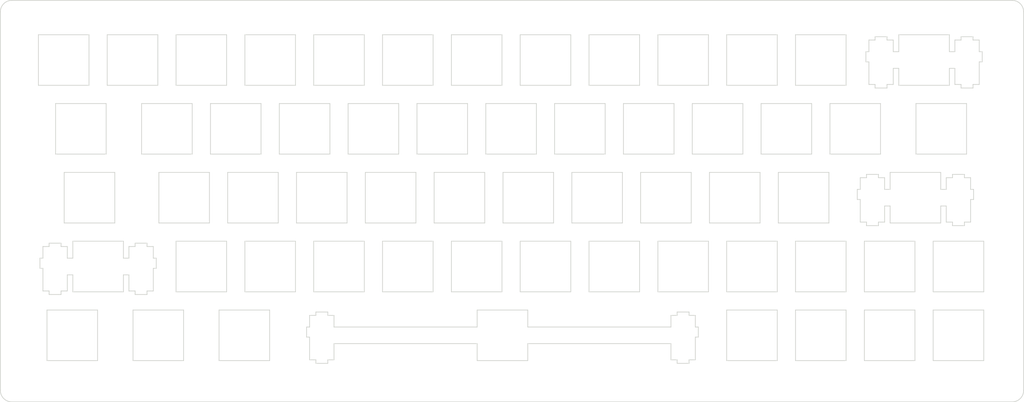
<source format=kicad_pcb>
(kicad_pcb (version 20211014) (generator pcbnew)

  (general
    (thickness 1.6)
  )

  (paper "A3")
  (layers
    (0 "F.Cu" signal)
    (31 "B.Cu" signal)
    (32 "B.Adhes" user "B.Adhesive")
    (33 "F.Adhes" user "F.Adhesive")
    (34 "B.Paste" user)
    (35 "F.Paste" user)
    (36 "B.SilkS" user "B.Silkscreen")
    (37 "F.SilkS" user "F.Silkscreen")
    (38 "B.Mask" user)
    (39 "F.Mask" user)
    (40 "Dwgs.User" user "User.Drawings")
    (41 "Cmts.User" user "User.Comments")
    (42 "Eco1.User" user "User.Eco1")
    (43 "Eco2.User" user "User.Eco2")
    (44 "Edge.Cuts" user)
    (45 "Margin" user)
    (46 "B.CrtYd" user "B.Courtyard")
    (47 "F.CrtYd" user "F.Courtyard")
    (48 "B.Fab" user)
    (49 "F.Fab" user)
    (50 "User.1" user)
    (51 "User.2" user)
    (52 "User.3" user)
    (53 "User.4" user)
    (54 "User.5" user)
    (55 "User.6" user)
    (56 "User.7" user)
    (57 "User.8" user)
    (58 "User.9" user)
  )

  (setup
    (pad_to_mask_clearance 0)
    (pcbplotparams
      (layerselection 0x00010fc_ffffffff)
      (disableapertmacros false)
      (usegerberextensions false)
      (usegerberattributes true)
      (usegerberadvancedattributes true)
      (creategerberjobfile true)
      (svguseinch false)
      (svgprecision 6)
      (excludeedgelayer true)
      (plotframeref false)
      (viasonmask false)
      (mode 1)
      (useauxorigin false)
      (hpglpennumber 1)
      (hpglpenspeed 20)
      (hpglpendiameter 15.000000)
      (dxfpolygonmode true)
      (dxfimperialunits true)
      (dxfusepcbnewfont true)
      (psnegative false)
      (psa4output false)
      (plotreference true)
      (plotvalue true)
      (plotinvisibletext false)
      (sketchpadsonfab false)
      (subtractmaskfromsilk false)
      (outputformat 1)
      (mirror false)
      (drillshape 1)
      (scaleselection 1)
      (outputdirectory "")
    )
  )

  (net 0 "")

  (gr_line (start 38.899231 92.61015) (end 38.899231 93.52915) (layer "Edge.Cuts") (width 0.2) (tstamp 007582c3-66c9-4ef8-92f5-9afc37794641))
  (gr_line (start 110.167231 115.80935) (end 110.167231 118.60945) (layer "Edge.Cuts") (width 0.2) (tstamp 00c10c0f-91d5-4b31-b0fa-a7514f3aa059))
  (gr_line (start 202.324831 106.05975) (end 188.325831 106.05975) (layer "Edge.Cuts") (width 0.2) (tstamp 017d4e2d-5b28-4e32-ac71-c23ac979672a))
  (gr_line (start 245.475831 111.11025) (end 259.474831 111.11025) (layer "Edge.Cuts") (width 0.2) (tstamp 02446036-cda1-43a3-9e27-18dd19e33527))
  (gr_line (start 157.367831 120.40925) (end 157.367831 125.10975) (layer "Edge.Cuts") (width 0.2) (tstamp 02fbe2a3-b8ac-4682-b7a3-bcee1e54834f))
  (gr_line (start 265.117831 86.77945) (end 265.117831 87.75955) (layer "Edge.Cuts") (width 0.2) (tstamp 034dea0a-d92f-4ba8-90cc-da50b6320985))
  (gr_line (start 169.275831 92.06025) (end 183.274831 92.06025) (layer "Edge.Cuts") (width 0.2) (tstamp 03796b98-a98c-4e71-aa4a-d636525fa707))
  (gr_line (start 226.425831 125.10975) (end 226.425831 111.11025) (layer "Edge.Cuts") (width 0.2) (tstamp 03d17467-41ce-41c0-8380-09ec7007c2bb))
  (gr_line (start 178.512831 87.00985) (end 164.511831 87.00985) (layer "Edge.Cuts") (width 0.2) (tstamp 03e9f28a-1033-4743-a954-7f4e45101b9c))
  (gr_line (start 221.374831 92.06025) (end 221.374831 106.05975) (layer "Edge.Cuts") (width 0.2) (tstamp 053cd3b3-e500-4cb9-950e-f9d77b7afb41))
  (gr_line (start 145.461831 73.01025) (end 159.462831 73.01025) (layer "Edge.Cuts") (width 0.2) (tstamp 0569e56d-849c-41f1-af90-7e618b25d79b))
  (gr_line (start 67.723831 99.55955) (end 68.549331 99.55955) (layer "Edge.Cuts") (width 0.2) (tstamp 0b8065be-8439-4204-af48-12ff8a70ca75))
  (gr_line (start 112.125431 48.90985) (end 112.125431 34.90915) (layer "Edge.Cuts") (width 0.2) (tstamp 0eed8875-6657-41ee-bf37-c3d863c42eb8))
  (gr_line (start 285.667831 82.30905) (end 287.192831 82.30905) (layer "Edge.Cuts") (width 0.2) (tstamp 0ef10eca-d5af-4857-b50a-8a633d206fb6))
  (gr_line (start 202.611831 73.01025) (end 216.612831 73.01025) (layer "Edge.Cuts") (width 0.2) (tstamp 0fcb24ad-881b-4471-9217-a78a0bac25af))
  (gr_line (start 221.374831 48.90985) (end 207.375831 48.90985) (layer "Edge.Cuts") (width 0.2) (tstamp 106e6266-a5a8-4dd8-90a2-e750616ad232))
  (gr_line (start 216.016831 111.65865) (end 212.717831 111.65865) (layer "Edge.Cuts") (width 0.2) (tstamp 10e49f57-ebb5-426a-9b81-1563be44a3b2))
  (gr_line (start 173.749831 53.96025) (end 173.749831 67.95985) (layer "Edge.Cuts") (width 0.2) (tstamp 114de099-be73-4b98-b53e-c1115d356e02))
  (gr_line (start 107.075131 106.05975) (end 93.075431 106.05975) (layer "Edge.Cuts") (width 0.2) (tstamp 115ef7f3-9e42-4358-abe3-945331feb0ca))
  (gr_line (start 212.717831 112.57925) (end 210.992831 112.57925) (layer "Edge.Cuts") (width 0.2) (tstamp 11d45fc7-8106-4e39-ab2b-bbdfc12a5a35))
  (gr_line (start 131.173831 48.90985) (end 131.173831 34.90915) (layer "Edge.Cuts") (width 0.2) (tstamp 1232d67c-4647-44b0-993a-adab071bbcc5))
  (gr_line (start 110.167231 118.60945) (end 110.992731 118.60945) (layer "Edge.Cuts") (width 0.2) (tstamp 1257c7a8-96e0-4967-bb3f-52b80dd2dcdf))
  (gr_line (start 62.699531 92.61015) (end 62.699531 93.52915) (layer "Edge.Cuts") (width 0.2) (tstamp 13aa481f-abc8-45de-b444-d2b9d8f27abc))
  (gr_line (start 154.699831 67.95985) (end 140.700831 67.95985) (layer "Edge.Cuts") (width 0.2) (tstamp 13f05570-8879-4d32-81a3-ed78e4a67c7a))
  (gr_line (start 287.192831 74.47915) (end 287.192831 77.70925) (layer "Edge.Cuts") (width 0.2) (tstamp 1511c647-8c6a-4fd4-870a-0c03b7c3cee8))
  (gr_line (start 117.742431 115.80935) (end 117.742431 112.57925) (layer "Edge.Cuts") (width 0.2) (tstamp 1555d08a-fda2-49fb-adbe-e7dba8571b26))
  (gr_line (start 202.324831 48.90985) (end 188.325831 48.90985) (layer "Edge.Cuts") (width 0.2) (tstamp 158b350f-b151-46d1-8d36-65380a1efb80))
  (gr_line (start 267.499831 36.37915) (end 265.775831 36.37915) (layer "Edge.Cuts") (width 0.2) (tstamp 15ea7b78-dba1-47d2-805a-9f39f3cec1a3))
  (gr_line (start 264.525831 92.06025) (end 278.524831 92.06025) (layer "Edge.Cuts") (width 0.2) (tstamp 169db369-e322-4d1f-be49-b5d810aaca5c))
  (gr_line (start 88.311531 73.01025) (end 102.312631 73.01025) (layer "Edge.Cuts") (width 0.2) (tstamp 16e01279-1b0e-4bc1-bd3c-54f3bfb0278b))
  (gr_line (start 126.411831 73.01025) (end 140.412831 73.01025) (layer "Edge.Cuts") (width 0.2) (tstamp 16e0b7f5-0dd7-452c-8ffe-7f0d8dc655ff))
  (gr_line (start 271.667831 87.00985) (end 285.667831 87.00985) (layer "Edge.Cuts") (width 0.2) (tstamp 16f3060b-b956-4d6e-83e8-3116655673fa))
  (gr_line (start 178.512831 73.01025) (end 178.512831 87.00985) (layer "Edge.Cuts") (width 0.2) (tstamp 18ce7488-15cf-40d3-8ff2-c115273d6e09))
  (gr_line (start 271.667831 77.70925) (end 270.142831 77.70925) (layer "Edge.Cuts") (width 0.2) (tstamp 18d45f2a-558d-4f3a-927d-9048b55d7f39))
  (gr_line (start 255.000831 53.96025) (end 268.999831 53.96025) (layer "Edge.Cuts") (width 0.2) (tstamp 18e26a74-edc5-414e-be03-91f8a7573d63))
  (gr_line (start 249.949831 67.95985) (end 235.950831 67.95985) (layer "Edge.Cuts") (width 0.2) (tstamp 190d6121-7dd4-47bd-a69a-0be932a55188))
  (gr_line (start 62.117831 111.11025) (end 76.117431 111.11025) (layer "Edge.Cuts") (width 0.2) (tstamp 19a312a8-c46d-42ea-8459-4709e10db8de))
  (gr_line (start 37.175331 105.82955) (end 38.899231 105.82955) (layer "Edge.Cuts") (width 0.2) (tstamp 19b7d343-4185-4ba3-827e-beb5cbf43006))
  (gr_line (start 110.992731 112.57925) (end 110.992731 115.80935) (layer "Edge.Cuts") (width 0.2) (tstamp 19d507ac-bafe-4959-92c3-9dadbe52a599))
  (gr_line (start 264.525831 106.05975) (end 264.525831 92.06025) (layer "Edge.Cuts") (width 0.2) (tstamp 19edf262-7bea-47c8-b87b-f29e9aea2dd4))
  (gr_line (start 68.975131 34.90915) (end 68.975131 48.90985) (layer "Edge.Cuts") (width 0.2) (tstamp 1a21012f-1d65-4145-b953-23002c96d2b9))
  (gr_line (start 88.025131 106.05975) (end 74.025431 106.05975) (layer "Edge.Cuts") (width 0.2) (tstamp 1a827ea7-b87a-4667-8fc4-6ddd246a2517))
  (gr_line (start 212.717831 111.65865) (end 212.717831 112.57925) (layer "Edge.Cuts") (width 0.2) (tstamp 1b146a6b-a423-4441-91c8-9ae86014b93a))
  (gr_line (start 283.575831 106.05975) (end 283.575831 92.06025) (layer "Edge.Cuts") (width 0.2) (tstamp 1b9b3a6f-e695-40e8-9d6d-bcdb4298cab7))
  (gr_line (start 173.749831 67.95985) (end 159.750831 67.95985) (layer "Edge.Cuts") (width 0.2) (tstamp 1ce1ec09-33f5-44c8-9a2f-88b01a8a57fe))
  (gr_line (start 217.742831 112.57925) (end 216.016831 112.57925) (layer "Edge.Cuts") (width 0.2) (tstamp 1cfc1733-1209-4b89-9203-eac62f34c362))
  (gr_line (start 202.611831 87.00985) (end 202.611831 73.01025) (layer "Edge.Cuts") (width 0.2) (tstamp 1d6fe1c6-8386-40d2-81e9-0ad8b27ed725))
  (gr_line (start 291.299831 48.67805) (end 291.299831 49.65955) (layer "Edge.Cuts") (width 0.2) (tstamp 1efaecd9-bd9d-4ffd-91ae-703d77b154bf))
  (gr_line (start 116.018331 124.87815) (end 117.742431 124.87815) (layer "Edge.Cuts") (width 0.2) (tstamp 1f59cc56-69d3-40bc-9946-ab6c8caca0fc))
  (gr_line (start 207.375831 34.90915) (end 221.374831 34.90915) (layer "Edge.Cuts") (width 0.2) (tstamp 1f6a6219-d6fc-4216-bb6d-908933c7df2b))
  (gr_line (start 43.924931 101.35925) (end 45.449031 101.35925) (layer "Edge.Cuts") (width 0.2) (tstamp 1fb51a3a-ad9f-476c-be3f-db2c94bdb5a6))
  (gr_line (start 85.930331 125.10975) (end 85.930331 111.11025) (layer "Edge.Cuts") (width 0.2) (tstamp 1fd3dad9-5b8c-49b9-98c1-9e00df418aae))
  (gr_line (start 169.275831 106.05975) (end 169.275831 92.06025) (layer "Edge.Cuts") (width 0.2) (tstamp 204b5a3d-a8e1-47aa-80b4-7c8507c32cc5))
  (gr_line (start 59.449931 96.75925) (end 59.449931 92.06025) (layer "Edge.Cuts") (width 0.2) (tstamp 20af6f39-66ee-4e45-87d4-ded46ded2fc6))
  (gr_line (start 272.524831 44.20905) (end 274.050831 44.20905) (layer "Edge.Cuts") (width 0.2) (tstamp 21229332-6bb8-4c3c-9225-9b2f6090fbb6))
  (gr_line (start 116.600131 53.96025) (end 116.600131 67.95985) (layer "Edge.Cuts") (width 0.2) (tstamp 21a34013-663f-4806-abb9-b5a30c8aa341))
  (gr_line (start 297.574831 92.06025) (end 297.574831 106.05975) (layer "Edge.Cuts") (width 0.2) (tstamp 2241cbf5-d7a3-4c59-93ce-837141e8cae0))
  (gr_line (start 240.424831 111.11025) (end 240.424831 125.10975) (layer "Edge.Cuts") (width 0.2) (tstamp 24c45639-ef73-4f79-8231-8d48f070b23c))
  (gr_line (start 264.525831 111.11025) (end 278.524831 111.11025) (layer "Edge.Cuts") (width 0.2) (tstamp 251bfb8f-fdac-4c40-abec-ce4471dc7ece))
  (gr_line (start 268.418831 74.47915) (end 268.418831 73.56025) (layer "Edge.Cuts") (width 0.2) (tstamp 257fdd4c-363b-4e31-804a-8b557b9792cf))
  (gr_line (start 112.125431 106.05975) (end 112.125431 92.06025) (layer "Edge.Cuts") (width 0.2) (tstamp 2669c0f2-195b-4b5a-a364-50f62c370d38))
  (gr_line (start 126.124831 106.05975) (end 112.125431 106.05975) (layer "Edge.Cuts") (width 0.2) (tstamp 2726b243-fc84-4808-b07a-5164ed2211d9))
  (gr_line (start 226.425831 106.05975) (end 226.425831 92.06025) (layer "Edge.Cuts") (width 0.2) (tstamp 272db26c-be55-429a-8ac5-fef2b2bd08d8))
  (gr_line (start 268.418831 87.75955) (end 268.418831 86.77945) (layer "Edge.Cuts") (width 0.2) (tstamp 280a9060-e79e-4d75-9f3a-bb914e20740e))
  (gr_line (start 74.025431 48.90985) (end 74.025431 34.90915) (layer "Edge.Cuts") (width 0.2) (tstamp 285c2cf6-7c4b-4610-9057-bd1a954829b8))
  (gr_line (start 99.931331 125.10975) (end 85.930331 125.10975) (layer "Edge.Cuts") (width 0.2) (tstamp 28b2134c-f2fe-446d-a52b-c0d7e5147d48))
  (gr_arc (start 305.435 25.4) (mid 307.680069 26.32994) (end 308.61 28.575) (layer "Edge.Cuts") (width 0.2032) (tstamp 29083475-d6c0-41e9-a177-176063ac1218))
  (gr_line (start 60.974131 93.52915) (end 60.974131 96.75925) (layer "Edge.Cuts") (width 0.2) (tstamp 2a0ef080-cced-4b2c-857e-980fe2427744))
  (gr_line (start 42.198331 93.52915) (end 42.198331 92.61015) (layer "Edge.Cuts") (width 0.2) (tstamp 2a2f8a17-3df2-423b-8fe5-bdb54fd10f23))
  (gr_line (start 217.742831 124.87815) (end 217.742831 118.60945) (layer "Edge.Cuts") (width 0.2) (tstamp 2a881c18-db9a-4956-b577-f5d3d451a9b2))
  (gr_line (start 154.699831 53.96025) (end 154.699831 67.95985) (layer "Edge.Cuts") (width 0.2) (tstamp 2a920f94-1af9-467d-8cb8-f7898e89eb6a))
  (gr_line (start 40.686531 67.95985) (end 40.686531 53.96025) (layer "Edge.Cuts") (width 0.2) (tstamp 2ab01f77-6112-45f1-8579-b64987d190db))
  (gr_line (start 197.850831 53.96025) (end 211.849831 53.96025) (layer "Edge.Cuts") (width 0.2) (tstamp 2b95072c-0350-4970-8c01-78be97620cf7))
  (gr_line (start 272.524831 48.67805) (end 272.524831 44.20905) (layer "Edge.Cuts") (width 0.2) (tstamp 2c19d868-bb3b-4b38-a1df-c5c25e8b4247))
  (gr_line (start 59.449931 106.05975) (end 59.449931 101.35925) (layer "Edge.Cuts") (width 0.2) (tstamp 2c9ff0e2-2be8-425c-a4b1-0587acc6d481))
  (gr_line (start 59.449931 92.06025) (end 45.449031 92.06025) (layer "Edge.Cuts") (width 0.2) (tstamp 2d0d8f5c-eaf9-4a20-9100-3180191f180f))
  (gr_line (start 294.599831 35.46015) (end 291.299831 35.46015) (layer "Edge.Cuts") (width 0.2) (tstamp 2eba58a1-c68f-4dde-b04e-e59fbfbac071))
  (gr_line (start 116.018331 111.65865) (end 112.718131 111.65865) (layer "Edge.Cuts") (width 0.2) (tstamp 2f8d74df-a367-4171-ba90-eb560cedb7c0))
  (gr_line (start 292.216831 87.75955) (end 292.216831 86.77945) (layer "Edge.Cuts") (width 0.2) (tstamp 2fa2880e-9c6a-4df5-a0a1-1c8733791b63))
  (gr_line (start 25.4 133.35) (end 25.4 28.575) (layer "Edge.Cuts") (width 0.2032) (tstamp 303f94a8-8a3e-48cc-900c-690bcb2781ed))
  (gr_line (start 226.425831 48.90985) (end 226.425831 34.90915) (layer "Edge.Cuts") (width 0.2) (tstamp 310b48f0-992b-4904-b003-fd74c9a85cd0))
  (gr_line (start 265.775831 42.40955) (end 265.775831 48.67805) (layer "Edge.Cuts") (width 0.2) (tstamp 31205dec-4709-4a3d-8db0-308a6eb373cb))
  (gr_line (start 85.930331 111.11025) (end 99.931331 111.11025) (layer "Edge.Cuts") (width 0.2) (tstamp 3175f9ee-c7a2-4e32-8e9d-f34e17349b6c))
  (gr_line (start 262.566831 77.70925) (end 262.566831 80.50955) (layer "Edge.Cuts") (width 0.2) (tstamp 323acb68-7138-47f7-b66f-8763b763ef06))
  (gr_line (start 140.700831 53.96025) (end 154.699831 53.96025) (layer "Edge.Cuts") (width 0.2) (tstamp 332c8318-7c4f-4cbe-a9ad-d9eab89d3591))
  (gr_line (start 112.125431 34.90915) (end 126.124831 34.90915) (layer "Edge.Cuts") (width 0.2) (tstamp 33798736-72df-4ea5-aed8-7e41d460fee3))
  (gr_line (start 265.775831 36.37915) (end 265.775831 39.60785) (layer "Edge.Cuts") (width 0.2) (tstamp 33f574da-a53f-4929-a18e-3a68d66a666e))
  (gr_line (start 212.717831 125.85935) (end 216.016831 125.85935) (layer "Edge.Cuts") (width 0.2) (tstamp 372adb09-1ca8-4fe8-927c-573a1f36fcea))
  (gr_line (start 171.367831 125.10975) (end 171.367831 120.40925) (layer "Edge.Cuts") (width 0.2) (tstamp 376fdb52-d889-44c1-8594-fe240ef19beb))
  (gr_line (start 121.650431 53.96025) (end 135.649831 53.96025) (layer "Edge.Cuts") (width 0.2) (tstamp 3834f599-de2e-47b5-aed7-287b9efb9a1b))
  (gr_line (start 254.712831 73.01025) (end 254.712831 87.00985) (layer "Edge.Cuts") (width 0.2) (tstamp 38b94270-9f50-42b6-a9c2-72c20bac7ef2))
  (gr_line (start 226.425831 111.11025) (end 240.424831 111.11025) (layer "Edge.Cuts") (width 0.2) (tstamp 397435e1-7d5f-4ade-aa83-26c24d97c91c))
  (gr_line (start 140.700831 67.95985) (end 140.700831 53.96025) (layer "Edge.Cuts") (width 0.2) (tstamp 398b45b1-9fbf-4ad4-95c7-8c06c980ee73))
  (gr_line (start 218.567831 115.80935) (end 217.742831 115.80935) (layer "Edge.Cuts") (width 0.2) (tstamp 3a029d24-d018-4d9f-be74-ef76731993ef))
  (gr_line (start 216.016831 112.57925) (end 216.016831 111.65865) (layer "Edge.Cuts") (width 0.2) (tstamp 3a12f20e-03e8-47be-a430-3d49ecb0685e))
  (gr_line (start 294.599831 48.67805) (end 296.324831 48.67805) (layer "Edge.Cuts") (width 0.2) (tstamp 3a4f33f1-d7e5-43ae-9eb1-a74e906e1ebf))
  (gr_line (start 259.474831 125.10975) (end 245.475831 125.10975) (layer "Edge.Cuts") (width 0.2) (tstamp 3aaf1253-b898-4daa-aa51-98a60e77606f))
  (gr_line (start 197.562831 87.00985) (end 183.561831 87.00985) (layer "Edge.Cuts") (width 0.2) (tstamp 3b027f67-be43-4224-8b37-69028a1a4429))
  (gr_line (start 294.599831 49.65955) (end 294.599831 48.67805) (layer "Edge.Cuts") (width 0.2) (tstamp 3b952d91-b6ed-48a4-ab9c-bc00982be3c6))
  (gr_line (start 188.325831 106.05975) (end 188.325831 92.06025) (layer "Edge.Cuts") (width 0.2) (tstamp 3c27a978-33d9-40d8-a98a-4e92b59865ec))
  (gr_line (start 270.142831 86.77945) (end 270.142831 82.30905) (layer "Edge.Cuts") (width 0.2) (tstamp 3c467421-65c0-4961-ac3a-0d1c39efeeb0))
  (gr_line (start 212.717831 124.87815) (end 212.717831 125.85935) (layer "Edge.Cuts") (width 0.2) (tstamp 3cbe087c-fd5d-48f0-956d-66ca6f0a8e38))
  (gr_line (start 65.998331 106.80935) (end 65.998331 105.82955) (layer "Edge.Cuts") (width 0.2) (tstamp 3d4da53b-98d6-4f18-9826-5a39c6ee65f4))
  (gr_line (start 293.942831 86.77945) (end 293.942831 80.50955) (layer "Edge.Cuts") (width 0.2) (tstamp 3e32f48e-1e66-44c6-a1b1-546c9d6a426d))
  (gr_line (start 35.924031 48.90985) (end 35.924031 34.90915) (layer "Edge.Cuts") (width 0.2) (tstamp 3e9f2e81-4125-40e9-ab31-a089ae7ce95f))
  (gr_line (start 188.325831 48.90985) (end 188.325831 34.90915) (layer "Edge.Cuts") (width 0.2) (tstamp 3ee9514a-7806-42c1-a1f2-e739e1764b0b))
  (gr_line (start 93.075431 92.06025) (end 107.075131 92.06025) (layer "Edge.Cuts") (width 0.2) (tstamp 3f5ec1b6-5fb9-4e32-acfc-e9f9d7bbe4c7))
  (gr_line (start 121.362631 73.01025) (end 121.362631 87.00985) (layer "Edge.Cuts") (width 0.2) (tstamp 3f73f42b-f739-482e-b92b-324e2eeee26f))
  (gr_line (start 287.192831 77.70925) (end 285.667831 77.70925) (layer "Edge.Cuts") (width 0.2) (tstamp 3f847456-cdca-4eff-9f0b-a3c42454198c))
  (gr_line (start 274.050831 44.20905) (end 274.050831 48.90985) (layer "Edge.Cuts") (width 0.2) (tstamp 402c6385-2429-4a3c-8f89-924ab459bbb5))
  (gr_line (start 54.975431 48.90985) (end 54.975431 34.90915) (layer "Edge.Cuts") (width 0.2) (tstamp 416dcb35-41e1-42d6-abe1-5730dd3dd84a))
  (gr_line (start 263.392831 77.70925) (end 262.566831 77.70925) (layer "Edge.Cuts") (width 0.2) (tstamp 41f8fe86-6c0f-4abe-9a9f-3a0d455d83c1))
  (gr_line (start 45.449031 96.75925) (end 43.924931 96.75925) (layer "Edge.Cuts") (width 0.2) (tstamp 428bf4dc-8bdf-491a-a890-685f1c8b8b7a))
  (gr_line (start 78.500131 53.96025) (end 78.500131 67.95985) (layer "Edge.Cuts") (width 0.2) (tstamp 4344beb8-22c8-4c05-9a17-a80817cadf80))
  (gr_line (start 52.306231 125.10975) (end 38.305331 125.10975) (layer "Edge.Cuts") (width 0.2) (tstamp 439c71f3-78b8-42aa-bb6f-112f83f07703))
  (gr_line (start 97.550131 53.96025) (end 97.550131 67.95985) (layer "Edge.Cuts") (width 0.2) (tstamp 4565a2d5-cfee-412a-9c3b-466f6fbdc664))
  (gr_line (start 68.549331 99.55955) (end 68.549331 96.75925) (layer "Edge.Cuts") (width 0.2) (tstamp 46264f06-9e06-4058-bed9-bc63aefe4452))
  (gr_line (start 43.924931 96.75925) (end 43.924931 93.52915) (layer "Edge.Cuts") (width 0.2) (tstamp 46e81a05-a74f-473c-a28e-502594cd888c))
  (gr_line (start 57.067331 73.01025) (end 57.067331 87.00985) (layer "Edge.Cuts") (width 0.2) (tstamp 46f57ec0-3b4f-4e50-b8fe-e8df13e737a2))
  (gr_line (start 37.175331 99.55955) (end 37.175331 105.82955) (layer "Edge.Cuts") (width 0.2) (tstamp 47fba6f7-6c8c-4229-a706-babd8c4654a6))
  (gr_line (start 240.424831 106.05975) (end 226.425831 106.05975) (layer "Edge.Cuts") (width 0.2) (tstamp 4824ca35-4134-437c-aeb5-5198e8e7f665))
  (gr_line (start 116.018331 125.85935) (end 116.018331 124.87815) (layer "Edge.Cuts") (width 0.2) (tstamp 48735734-80b6-48a9-8f9a-a18abaa8d89d))
  (gr_line (start 62.699531 93.52915) (end 60.974131 93.52915) (layer "Edge.Cuts") (width 0.2) (tstamp 4a26055e-fdee-4902-9b0b-c61346bce856))
  (gr_line (start 145.173831 92.06025) (end 145.173831 106.05975) (layer "Edge.Cuts") (width 0.2) (tstamp 4a8482d8-a251-4770-97c3-2b2858ce16ac))
  (gr_line (start 288.917831 86.77945) (end 288.917831 87.75955) (layer "Edge.Cuts") (width 0.2) (tstamp 4ac634ec-313c-4f24-96d9-875733ab103a))
  (gr_line (start 271.667831 82.30905) (end 271.667831 87.00985) (layer "Edge.Cuts") (width 0.2) (tstamp 4b3eaa32-0233-4057-a995-e54f9a2a76ee))
  (gr_line (start 112.125431 92.06025) (end 126.124831 92.06025) (layer "Edge.Cuts") (width 0.2) (tstamp 4b442ff5-689a-4910-8289-3f3b2cde62ba))
  (gr_line (start 270.799831 35.46015) (end 267.499831 35.46015) (layer "Edge.Cuts") (width 0.2) (tstamp 4e81ae54-5b00-4f04-bef7-ec1557eaca1a))
  (gr_line (start 157.367831 111.11025) (end 157.367831 115.80935) (layer "Edge.Cuts") (width 0.2) (tstamp 4f845465-9fea-44c9-a62b-4a8cf35c7ca4))
  (gr_line (start 49.924931 34.90915) (end 49.924931 48.90985) (layer "Edge.Cuts") (width 0.2) (tstamp 5083dec1-0007-4be1-8dfe-1338be40c79b))
  (gr_line (start 183.274831 34.90915) (end 183.274831 48.90985) (layer "Edge.Cuts") (width 0.2) (tstamp 508b46e1-42e2-4ad7-83b7-ddda88255e83))
  (gr_line (start 274.050831 34.90915) (end 274.050831 39.60785) (layer "Edge.Cuts") (width 0.2) (tstamp 51da963d-2fb9-4b74-b014-0d8821b7bf52))
  (gr_line (start 293.942831 80.50955) (end 294.767831 80.50955) (layer "Edge.Cuts") (width 0.2) (tstamp 53562a8c-42f4-44b8-b6f0-7900af15c05e))
  (gr_line (start 76.117431 111.11025) (end 76.117431 125.10975) (layer "Edge.Cuts") (width 0.2) (tstamp 53f8c691-7606-4549-88bd-a7d3b2550419))
  (gr_line (start 65.998331 92.61015) (end 62.699531 92.61015) (layer "Edge.Cuts") (width 0.2) (tstamp 54f37af4-767b-4b8f-933e-cc16016f90d0))
  (gr_line (start 259.474831 111.11025) (end 259.474831 125.10975) (layer "Edge.Cuts") (width 0.2) (tstamp 557959a9-7fd2-47f2-98b0-897bd62c268b))
  (gr_line (start 270.142831 77.70925) (end 270.142831 74.47915) (layer "Edge.Cuts") (width 0.2) (tstamp 55ef5d58-dd8c-41a8-aad9-011c06e2840e))
  (gr_line (start 283.575831 92.06025) (end 297.574831 92.06025) (layer "Edge.Cuts") (width 0.2) (tstamp 57ab4c0e-aff7-41d8-ac42-f99461404263))
  (gr_line (start 274.050831 39.60785) (end 272.524831 39.60785) (layer "Edge.Cuts") (width 0.2) (tstamp 57b73b44-66fc-4c16-893c-181722483d66))
  (gr_line (start 283.575831 111.11025) (end 297.574831 111.11025) (layer "Edge.Cuts") (width 0.2) (tstamp 59df05c3-4a49-4fa2-bc4b-33485e8e4d92))
  (gr_line (start 38.899231 93.52915) (end 37.175331 93.52915) (layer "Edge.Cuts") (width 0.2) (tstamp 59f02063-a51d-4b64-a2da-71f7b33e347d))
  (gr_line (start 207.375831 92.06025) (end 221.374831 92.06025) (layer "Edge.Cuts") (width 0.2) (tstamp 5a733d3a-de9e-4b40-99e0-f3b626b99aea))
  (gr_line (start 210.992831 120.40925) (end 210.992831 124.87815) (layer "Edge.Cuts") (width 0.2) (tstamp 5ab4960f-4e90-4996-98e0-3c495df07a7f))
  (gr_line (start 121.362631 87.00985) (end 107.361531 87.00985) (layer "Edge.Cuts") (width 0.2) (tstamp 5c6bcbdc-dbb6-46a5-826c-9f71ff75e4bc))
  (gr_line (start 38.305331 125.10975) (end 38.305331 111.11025) (layer "Edge.Cuts") (width 0.2) (tstamp 5c7c4a6b-09d6-4dcc-b995-f5ee622787a4))
  (gr_line (start 62.699531 106.80935) (end 65.998331 106.80935) (layer "Edge.Cuts") (width 0.2) (tstamp 5d2cb38e-abef-4f48-8461-7c1bc8b03313))
  (gr_line (start 294.767831 80.50955) (end 294.767831 77.70925) (layer "Edge.Cuts") (width 0.2) (tstamp 5d4d4b39-00a0-4e91-8d9f-ebd887b2f8f3))
  (gr_line (start 202.324831 92.06025) (end 202.324831 106.05975) (layer "Edge.Cuts") (width 0.2) (tstamp 5d8dc303-8fbe-4a0b-8b9a-67184ce2c964))
  (gr_line (start 272.524831 39.60785) (end 272.524831 36.37915) (layer "Edge.Cuts") (width 0.2) (tstamp 5f4b72a5-51a3-401a-8045-b3042fe4140e))
  (gr_line (start 131.173831 34.90915) (end 145.173831 34.90915) (layer "Edge.Cuts") (width 0.2) (tstamp 5f926590-37a9-4e61-9f09-dd87b49cf2cb))
  (gr_line (start 40.686531 53.96025) (end 54.687431 53.96025) (layer "Edge.Cuts") (width 0.2) (tstamp 60538233-0e06-4c2e-a1c7-fd424c3fe21e))
  (gr_line (start 197.850831 67.95985) (end 197.850831 53.96025) (layer "Edge.Cuts") (width 0.2) (tstamp 6071c715-a641-4531-8351-bc4d7b0d62a4))
  (gr_line (start 297.148831 39.60785) (end 296.324831 39.60785) (layer "Edge.Cuts") (width 0.2) (tstamp 60ec0530-e820-4c32-91d3-0712e4ea41e0))
  (gr_line (start 265.117831 73.56025) (end 265.117831 74.47915) (layer "Edge.Cuts") (width 0.2) (tstamp 61385ae8-0c87-4b30-be4e-1f2aa805df0c))
  (gr_line (start 270.142831 82.30905) (end 271.667831 82.30905) (layer "Edge.Cuts") (width 0.2) (tstamp 61512a7b-f721-40d9-8d4d-107368a2a3b1))
  (gr_line (start 157.367831 115.80935) (end 117.742431 115.80935) (layer "Edge.Cuts") (width 0.2) (tstamp 61cd7119-e399-4fce-9c39-c6d0bf916bb6))
  (gr_line (start 291.299831 36.37915) (end 289.575831 36.37915) (layer "Edge.Cuts") (width 0.2) (tstamp 620aecd3-b6dd-464b-8f79-4ae1d0d34e8a))
  (gr_line (start 221.661831 87.00985) (end 221.661831 73.01025) (layer "Edge.Cuts") (width 0.2) (tstamp 624b1ffb-da0d-4e4e-ba16-be694612fa7a))
  (gr_line (start 117.742431 120.40925) (end 157.367831 120.40925) (layer "Edge.Cuts") (width 0.2) (tstamp 63429731-3b28-4c7d-aced-90dd836a635b))
  (gr_line (start 28.575 25.4) (end 305.435 25.4) (layer "Edge.Cuts") (width 0.2032) (tstamp 63510b3d-34c2-4811-9d96-a05a470fd38f))
  (gr_line (start 268.418831 73.56025) (end 265.117831 73.56025) (layer "Edge.Cuts") (width 0.2) (tstamp 63d97e7f-b9db-41bb-87af-3aee6561a91a))
  (gr_line (start 240.424831 34.90915) (end 240.424831 48.90985) (layer "Edge.Cuts") (width 0.2) (tstamp 650bee68-2166-47e8-979a-ae975674f4bb))
  (gr_line (start 45.449031 106.05975) (end 59.449931 106.05975) (layer "Edge.Cuts") (width 0.2) (tstamp 65b62f90-7a40-4012-98b0-803caa60f23b))
  (gr_line (start 288.917831 87.75955) (end 292.216831 87.75955) (layer "Edge.Cuts") (width 0.2) (tstamp 65e992da-23f3-4516-a54f-a3acdaf5a1b8))
  (gr_line (start 259.474831 48.90985) (end 245.475831 48.90985) (layer "Edge.Cuts") (width 0.2) (tstamp 66e2010e-9ee5-4846-a319-965ec802ba89))
  (gr_line (start 126.124831 48.90985) (end 112.125431 48.90985) (layer "Edge.Cuts") (width 0.2) (tstamp 674ab733-55f4-4e5d-9f99-52ce9ccdd68a))
  (gr_line (start 164.511831 73.01025) (end 178.512831 73.01025) (layer "Edge.Cuts") (width 0.2) (tstamp 67f2fa4c-6918-48fd-b118-a6cbfab3ad4b))
  (gr_line (start 270.799831 49.65955) (end 270.799831 48.67805) (layer "Edge.Cuts") (width 0.2) (tstamp 68796660-91af-4d13-924d-b46d71026d96))
  (gr_line (start 226.425831 34.90915) (end 240.424831 34.90915) (layer "Edge.Cuts") (width 0.2) (tstamp 68eb8ab5-f4c1-4089-b64c-53ba465c48d9))
  (gr_line (start 36.348531 99.55955) (end 37.175331 99.55955) (layer "Edge.Cuts") (width 0.2) (tstamp 69172e9e-4932-4b21-816c-ac106dff83a8))
  (gr_line (start 88.025131 92.06025) (end 88.025131 106.05975) (layer "Edge.Cuts") (width 0.2) (tstamp 69d7948f-a616-4618-8a51-0a69e3516148))
  (gr_line (start 67.723831 105.82955) (end 67.723831 99.55955) (layer "Edge.Cuts") (width 0.2) (tstamp 69e89a90-f630-40f4-a9d0-68cde2394dce))
  (gr_line (start 288.917831 73.56025) (end 288.917831 74.47915) (layer "Edge.Cuts") (width 0.2) (tstamp 6a6b0566-5e9e-4850-a295-21ceaa1fb558))
  (gr_line (start 36.348531 96.75925) (end 36.348531 99.55955) (layer "Edge.Cuts") (width 0.2) (tstamp 6cf02732-4f70-4b8d-ae70-1a86efeeb277))
  (gr_line (start 207.375831 106.05975) (end 207.375831 92.06025) (layer "Edge.Cuts") (width 0.2) (tstamp 6da6b34f-27f1-4dc5-96d1-86d5ce734e0e))
  (gr_line (start 74.025431 92.06025) (end 88.025131 92.06025) (layer "Edge.Cuts") (width 0.2) (tstamp 6f1ef2b8-c48f-4fb0-9e82-14780155039e))
  (gr_line (start 65.998331 93.52915) (end 65.998331 92.61015) (layer "Edge.Cuts") (width 0.2) (tstamp 718171af-4f87-4183-9b5f-a17efde90951))
  (gr_line (start 88.311531 87.00985) (end 88.311531 73.01025) (layer "Edge.Cuts") (width 0.2) (tstamp 71d6804c-aa4d-476e-92f6-371fa9927abe))
  (gr_line (start 83.550431 67.95985) (end 83.550431 53.96025) (layer "Edge.Cuts") (width 0.2) (tstamp 7208f8e0-998c-403b-a46c-5f19b05f2012))
  (gr_line (start 268.999831 67.95985) (end 255.000831 67.95985) (layer "Edge.Cuts") (width 0.2) (tstamp 7235b5a5-2081-46ea-9183-5f5ece3a8b5e))
  (gr_line (start 297.574831 106.05975) (end 283.575831 106.05975) (layer "Edge.Cuts") (width 0.2) (tstamp 7253e8cf-213d-477f-b675-c4c23efeb394))
  (gr_line (start 270.142831 74.47915) (end 268.418831 74.47915) (layer "Edge.Cuts") (width 0.2) (tstamp 729e5784-5cc0-4959-9b2e-9f40ec30cb46))
  (gr_line (start 278.809831 67.95985) (end 278.809831 53.96025) (layer "Edge.Cuts") (width 0.2) (tstamp 7321da01-9a28-4866-9983-9e14a3300551))
  (gr_line (start 259.474831 106.05975) (end 245.475831 106.05975) (layer "Edge.Cuts") (width 0.2) (tstamp 745622b0-768b-43f8-a191-ac62d607f8a1))
  (gr_line (start 38.899231 106.80935) (end 42.198331 106.80935) (layer "Edge.Cuts") (width 0.2) (tstamp 75e45837-00e5-4f54-ba9d-281bcc0ea607))
  (gr_line (start 145.173831 34.90915) (end 145.173831 48.90985) (layer "Edge.Cuts") (width 0.2) (tstamp 7674367c-9477-4a05-9c20-20f09ebe9b60))
  (gr_line (start 42.198331 105.82955) (end 43.924931 105.82955) (layer "Edge.Cuts") (width 0.2) (tstamp 769b451b-b88f-498a-954c-4ede2a2387b5))
  (gr_line (start 49.924931 48.90985) (end 35.924031 48.90985) (layer "Edge.Cuts") (width 0.2) (tstamp 76b40886-c467-4b6d-9f3e-17835fbebe95))
  (gr_line (start 259.474831 92.06025) (end 259.474831 106.05975) (layer "Edge.Cuts") (width 0.2) (tstamp 76dc4c80-938a-4ea4-aaa1-bde70c1976de))
  (gr_line (start 112.718131 124.87815) (end 112.718131 125.85935) (layer "Edge.Cuts") (width 0.2) (tstamp 77491eee-f831-40da-a14d-cee7ba2dc20d))
  (gr_line (start 159.750831 67.95985) (end 159.750831 53.96025) (layer "Edge.Cuts") (width 0.2) (tstamp 7833fe93-8de8-441b-8ccc-701a6c78f006))
  (gr_line (start 69.261531 87.00985) (end 69.261531 73.01025) (layer "Edge.Cuts") (width 0.2) (tstamp 79a6f712-72d5-4b95-9e97-dbf7e2c52447))
  (gr_line (start 285.667831 73.01025) (end 271.667831 73.01025) (layer "Edge.Cuts") (width 0.2) (tstamp 79e7ce59-d5be-4066-9d26-e58aff038455))
  (gr_line (start 183.274831 106.05975) (end 169.275831 106.05975) (layer "Edge.Cuts") (width 0.2) (tstamp 7b70cab9-5861-4b85-b68c-217c3f19a61b))
  (gr_line (start 262.566831 80.50955) (end 263.392831 80.50955) (layer "Edge.Cuts") (width 0.2) (tstamp 7bbf40db-dc28-4746-981d-5d302b2f880f))
  (gr_line (start 267.499831 35.46015) (end 267.499831 36.37915) (layer "Edge.Cuts") (width 0.2) (tstamp 7c64264b-0514-407d-a80e-77ad2aaf210d))
  (gr_line (start 62.117831 125.10975) (end 62.117831 111.11025) (layer "Edge.Cuts") (width 0.2) (tstamp 7d7e3cd0-ca6e-4241-8f68-65f5c77c9f09))
  (gr_line (start 288.049831 48.90985) (end 288.049831 44.20905) (layer "Edge.Cuts") (width 0.2) (tstamp 7d9ed50d-4a47-465a-a7dd-f7a635bcfba1))
  (gr_line (start 211.849831 67.95985) (end 197.850831 67.95985) (layer "Edge.Cuts") (width 0.2) (tstamp 7e165886-3925-449c-b250-e4714827f66d))
  (gr_line (start 54.687431 53.96025) (end 54.687431 67.95985) (layer "Edge.Cuts") (width 0.2) (tstamp 801ad2ad-9cb9-4c4e-ad88-40546aaf20b8))
  (gr_line (start 254.712831 87.00985) (end 240.711831 87.00985) (layer "Edge.Cuts") (width 0.2) (tstamp 80fa9ed7-72ad-4898-af8c-ac658e8bb6cb))
  (gr_line (start 145.461831 87.00985) (end 145.461831 73.01025) (layer "Edge.Cuts") (width 0.2) (tstamp 815508e5-40cc-45ee-9e6a-50f46c8631e9))
  (gr_line (start 217.742831 115.80935) (end 217.742831 112.57925) (layer "Edge.Cuts") (width 0.2) (tstamp 8231bd6c-e4d2-4796-ab40-d39e83fc0d6b))
  (gr_line (start 296.324831 39.60785) (end 296.324831 36.37915) (layer "Edge.Cuts") (width 0.2) (tstamp 836370fd-1237-459e-872a-7f3f5477a762))
  (gr_line (start 240.711831 87.00985) (end 240.711831 73.01025) (layer "Edge.Cuts") (width 0.2) (tstamp 83f59ca8-808d-4561-9cc1-13a41f2aacc0))
  (gr_line (start 150.223831 34.90915) (end 164.224831 34.90915) (layer "Edge.Cuts") (width 0.2) (tstamp 851fbe10-3a44-4636-959a-0fae7ba64092))
  (gr_line (start 35.924031 34.90915) (end 49.924931 34.90915) (layer "Edge.Cuts") (width 0.2) (tstamp 85d11e5e-7768-457e-a8f4-04ed9cba6f75))
  (gr_line (start 288.049831 34.90915) (end 274.050831 34.90915) (layer "Edge.Cuts") (width 0.2) (tstamp 85dfa36d-641f-42d0-8234-d6e3fa8e721e))
  (gr_line (start 288.049831 39.60785) (end 288.049831 34.90915) (layer "Edge.Cuts") (width 0.2) (tstamp 86457ac6-08eb-466b-ba51-798a0ac1bb19))
  (gr_line (start 289.575831 44.20905) (end 289.575831 48.67805) (layer "Edge.Cuts") (width 0.2) (tstamp 869ab352-bdae-45a1-8963-0474b97fa504))
  (gr_line (start 235.662831 87.00985) (end 221.661831 87.00985) (layer "Edge.Cuts") (width 0.2) (tstamp 882be5d8-74d9-486f-83ca-a4a8120e81fd))
  (gr_line (start 169.275831 48.90985) (end 169.275831 34.90915) (layer "Edge.Cuts") (width 0.2) (tstamp 883f4c3f-89b5-48e8-af97-9f52d1bbd135))
  (gr_line (start 37.175331 96.75925) (end 36.348531 96.75925) (layer "Edge.Cuts") (width 0.2) (tstamp 890e7bc3-dc30-44ca-8dbb-3de8c5c42433))
  (gr_line (start 267.499831 49.65955) (end 270.799831 49.65955) (layer "Edge.Cuts") (width 0.2) (tstamp 89b5a617-9cd6-4ec9-befc-25bcbea71559))
  (gr_line (start 245.475831 106.05975) (end 245.475831 92.06025) (layer "Edge.Cuts") (width 0.2) (tstamp 89d555d9-77ad-40fb-af95-5a72733f1ce9))
  (gr_line (start 297.574831 125.10975) (end 283.575831 125.10975) (layer "Edge.Cuts") (width 0.2) (tstamp 8a5f66c0-09c6-490a-b0d6-0c048a2873ef))
  (gr_line (start 116.018331 112.57925) (end 116.018331 111.65865) (layer "Edge.Cuts") (width 0.2) (tstamp 8b8ecb86-0604-4aba-ac5e-cc52ce7a2e69))
  (gr_line (start 171.367831 115.80935) (end 171.367831 111.11025) (layer "Edge.Cuts") (width 0.2) (tstamp 8baabf78-2da6-44fe-8425-c1f594891833))
  (gr_line (start 159.462831 87.00985) (end 145.461831 87.00985) (layer "Edge.Cuts") (width 0.2) (tstamp 8c348812-b5b9-4364-ae3e-71da88b6d911))
  (gr_line (start 69.261531 73.01025) (end 83.262631 73.01025) (layer "Edge.Cuts") (width 0.2) (tstamp 8c8c4172-6336-45ad-be92-3c6fe3f32ee5))
  (gr_line (start 93.075431 34.90915) (end 107.075131 34.90915) (layer "Edge.Cuts") (width 0.2) (tstamp 8cf779f1-9f9b-491c-a570-3ea83cf99654))
  (gr_line (start 278.809831 53.96025) (end 292.812831 53.96025) (layer "Edge.Cuts") (width 0.2) (tstamp 8d3723a0-e36e-4398-8e79-e6a981ba0401))
  (gr_line (start 292.812831 67.95985) (end 278.809831 67.95985) (layer "Edge.Cuts") (width 0.2) (tstamp 8f5d7df0-8268-420a-aa90-732ccc607d65))
  (gr_line (start 43.924931 105.82955) (end 43.924931 101.35925) (layer "Edge.Cuts") (width 0.2) (tstamp 8f837487-48f5-4583-9bb6-67e07c96ecd6))
  (gr_line (start 107.075131 92.06025) (end 107.075131 106.05975) (layer "Edge.Cuts") (width 0.2) (tstamp 90694b95-e876-4452-a8ff-7c0b16fbd1d4))
  (gr_line (start 285.667831 87.00985) (end 285.667831 82.30905) (layer "Edge.Cuts") (width 0.2) (tstamp 91232476-2296-40b0-a61e-39fd93f165db))
  (gr_line (start 192.799831 53.96025) (end 192.799831 67.95985) (layer "Edge.Cuts") (width 0.2) (tstamp 9148e307-976e-45ff-affb-e29267211e15))
  (gr_line (start 150.223831 92.06025) (end 164.224831 92.06025) (layer "Edge.Cuts") (width 0.2) (tstamp 9150e91a-c899-44da-8191-099bf8903fbd))
  (gr_line (start 126.124831 34.90915) (end 126.124831 48.90985) (layer "Edge.Cuts") (width 0.2) (tstamp 918b0aa5-b001-4162-8f19-a97755dc3ef1))
  (gr_line (start 263.392831 86.77945) (end 265.117831 86.77945) (layer "Edge.Cuts") (width 0.2) (tstamp 91b5a3d3-13ad-4332-b5e1-c9499ad38eb2))
  (gr_line (start 76.117431 125.10975) (end 62.117831 125.10975) (layer "Edge.Cuts") (width 0.2) (tstamp 92914b59-d6c0-4fbf-bd29-89c1a5f91efd))
  (gr_line (start 110.992731 118.60945) (end 110.992731 124.87815) (layer "Edge.Cuts") (width 0.2) (tstamp 93b73afc-aae8-4a00-994a-df814f744350))
  (gr_line (start 292.812831 53.96025) (end 292.812831 67.95985) (layer "Edge.Cuts") (width 0.2) (tstamp 93fabba6-c4fc-4789-9323-408e7d85018a))
  (gr_line (start 43.067831 73.01025) (end 57.067331 73.01025) (layer "Edge.Cuts") (width 0.2) (tstamp 946d96b5-931e-4b93-8251-97440967f243))
  (gr_line (start 289.575831 36.37915) (end 289.575831 39.60785) (layer "Edge.Cuts") (width 0.2) (tstamp 946ff900-b7e3-4ccd-b9e9-5a06c399aa42))
  (gr_line (start 164.224831 92.06025) (end 164.224831 106.05975) (layer "Edge.Cuts") (width 0.2) (tstamp 94871194-82b7-4345-a1b2-00f14a416f86))
  (gr_line (start 308.61 28.575) (end 308.61 133.35) (layer "Edge.Cuts") (width 0.2) (tstamp 94c49a2d-bf9c-4ea8-b5b9-6cd3e20ec25c))
  (gr_line (start 83.262631 87.00985) (end 69.261531 87.00985) (layer "Edge.Cuts") (width 0.2) (tstamp 954bef7b-4ca6-4d20-9981-9d0d9a8abac0))
  (gr_line (start 150.223831 48.90985) (end 150.223831 34.90915) (layer "Edge.Cuts") (width 0.2) (tstamp 95c2588c-ed40-4aa2-80d4-92fc4b40c37a))
  (gr_line (start 278.524831 92.06025) (end 278.524831 106.05975) (layer "Edge.Cuts") (width 0.2) (tstamp 9633b086-8ab4-412d-815c-2cb67ce0d5f3))
  (gr_line (start 102.312631 87.00985) (end 88.311531 87.00985) (layer "Edge.Cuts") (width 0.2) (tstamp 9653c7f4-11d3-4999-8159-ce1464ffb083))
  (gr_line (start 268.999831 53.96025) (end 268.999831 67.95985) (layer "Edge.Cuts") (width 0.2) (tstamp 96c4a04d-dad5-4deb-b3ac-b6e388b4c8e7))
  (gr_line (start 93.075431 48.90985) (end 93.075431 34.90915) (layer "Edge.Cuts") (width 0.2) (tstamp 98928090-2b4e-4e25-89ad-27f64691f5ab))
  (gr_line (start 54.687431 67.95985) (end 40.686531 67.95985) (layer "Edge.Cuts") (width 0.2) (tstamp 98bcf033-b368-4b2e-ba41-5dd350921060))
  (gr_line (start 183.561831 73.01025) (end 197.562831 73.01025) (layer "Edge.Cuts") (width 0.2) (tstamp 98e6edcc-f6c6-4083-9838-31e815a3129f))
  (gr_line (start 52.306231 111.11025) (end 52.306231 125.10975) (layer "Edge.Cuts") (width 0.2) (tstamp 99490d71-3c8d-4b23-a8a8-231015c4dfe6))
  (gr_line (start 240.424831 92.06025) (end 240.424831 106.05975) (layer "Edge.Cuts") (width 0.2) (tstamp 9c0ea58b-772c-4225-a15a-255ddce7c053))
  (gr_line (start 74.025431 34.90915) (end 88.025131 34.90915) (layer "Edge.Cuts") (width 0.2) (tstamp 9c25b79e-bd71-48cf-aa00-f04329533e7e))
  (gr_line (start 112.718131 125.85935) (end 116.018331 125.85935) (layer "Edge.Cuts") (width 0.2) (tstamp 9cbd1384-36ec-4a26-a383-e50128ce607c))
  (gr_line (start 68.549331 96.75925) (end 67.723831 96.75925) (layer "Edge.Cuts") (width 0.2) (tstamp 9d1d1eb0-6a63-4b56-b39a-fd15939c2b5c))
  (gr_line (start 178.800831 67.95985) (end 178.800831 53.96025) (layer "Edge.Cuts") (width 0.2) (tstamp 9fe3592b-904f-4f49-afed-92ba81d7ef94))
  (gr_line (start 221.374831 106.05975) (end 207.375831 106.05975) (layer "Edge.Cuts") (width 0.2) (tstamp 9ff2d270-d24f-4b69-bda0-fc682944beb0))
  (gr_line (start 164.224831 48.90985) (end 150.223831 48.90985) (layer "Edge.Cuts") (width 0.2) (tstamp a0339145-abed-4b03-80b6-637a4a14b852))
  (gr_line (start 83.262631 73.01025) (end 83.262631 87.00985) (layer "Edge.Cuts") (width 0.2) (tstamp a0b8bf6e-5720-414b-b859-1b84a9c6c44f))
  (gr_line (start 102.600431 67.95985) (end 102.600431 53.96025) (layer "Edge.Cuts") (width 0.2) (tstamp a0e3dfeb-d705-4e59-b007-1ec250252d6f))
  (gr_line (start 216.016831 124.87815) (end 217.742831 124.87815) (layer "Edge.Cuts") (width 0.2) (tstamp a13e4d85-3905-4fe3-9074-39a4b8c771a3))
  (gr_line (start 293.942831 77.70925) (end 293.942831 74.47915) (layer "Edge.Cuts") (width 0.2) (tstamp a1c1bc59-d1aa-45b9-95fc-63e6c206768e))
  (gr_line (start 285.667831 77.70925) (end 285.667831 73.01025) (layer "Edge.Cuts") (width 0.2) (tstamp a2bf3712-1e1c-4719-a7e8-cbdc6f94677e))
  (gr_line (start 245.475831 34.90915) (end 259.474831 34.90915) (layer "Edge.Cuts") (width 0.2) (tstamp a2ca1028-fd90-4de6-8e89-dd97f8575a0f))
  (gr_line (start 226.425831 92.06025) (end 240.424831 92.06025) (layer "Edge.Cuts") (width 0.2) (tstamp a3e75537-fbbc-4906-a91d-688ffb928c93))
  (gr_line (start 93.075431 106.05975) (end 93.075431 92.06025) (layer "Edge.Cuts") (width 0.2) (tstamp a4502ac0-8bba-4593-9df2-c7b849009be2))
  (gr_line (start 131.173831 92.06025) (end 145.173831 92.06025) (layer "Edge.Cuts") (width 0.2) (tstamp a54c3679-96c5-422b-809c-d8ab881753d4))
  (gr_line (start 265.775831 39.60785) (end 264.949831 39.60785) (layer "Edge.Cuts") (width 0.2) (tstamp a5ac4c06-42ca-4ccc-9de8-3a3fd37cf29a))
  (gr_line (start 183.274831 92.06025) (end 183.274831 106.05975) (layer "Edge.Cuts") (width 0.2) (tstamp a648bd06-a31d-49b9-b5a7-258172d0da83))
  (gr_line (start 112.718131 112.57925) (end 110.992731 112.57925) (layer "Edge.Cuts") (width 0.2) (tstamp a6d1f205-f222-49b6-add2-3928f4ac3669))
  (gr_line (start 221.661831 73.01025) (end 235.662831 73.01025) (layer "Edge.Cuts") (width 0.2) (tstamp a6e04d3e-8b41-4bcc-a193-01368735f015))
  (gr_line (start 197.562831 73.01025) (end 197.562831 87.00985) (layer "Edge.Cuts") (width 0.2) (tstamp a76bbb31-a157-47df-886d-e20bc96ce1b2))
  (gr_line (start 107.075131 48.90985) (end 93.075431 48.90985) (layer "Edge.Cuts") (width 0.2) (tstamp a88243f3-82e7-458b-b9bf-cbd871f257e3))
  (gr_line (start 287.192831 86.77945) (end 288.917831 86.77945) (layer "Edge.Cuts") (width 0.2) (tstamp aa95e12d-9c4e-470f-ba52-92c5d5f641f3))
  (gr_line (start 107.361531 73.01025) (end 121.362631 73.01025) (layer "Edge.Cuts") (width 0.2) (tstamp aaebc6f8-a848-42fe-8dbc-81de9a55b980))
  (gr_line (start 145.173831 48.90985) (end 131.173831 48.90985) (layer "Edge.Cuts") (width 0.2) (tstamp abec0fb6-9b25-4363-b6d3-8fd3e9cc56f3))
  (gr_line (start 65.998331 105.82955) (end 67.723831 105.82955) (layer "Edge.Cuts") (width 0.2) (tstamp ada4c909-09f8-4dfc-adf3-965fdae2f9f2))
  (gr_line (start 45.449031 101.35925) (end 45.449031 106.05975) (layer "Edge.Cuts") (width 0.2) (tstamp ae87afc3-46ac-4552-988e-7d3f7070023f))
  (gr_line (start 59.449931 101.35925) (end 60.974131 101.35925) (layer "Edge.Cuts") (width 0.2) (tstamp ae9f9407-358d-479d-9173-3c1f789c4437))
  (gr_line (start 216.900831 67.95985) (end 216.900831 53.96025) (layer "Edge.Cuts") (width 0.2) (tstamp aef03189-dd6c-4055-8c5c-5fcf72f85a23))
  (gr_line (start 88.025131 34.90915) (end 88.025131 48.90985) (layer "Edge.Cuts") (width 0.2) (tstamp aef9201f-dfc2-41c2-b576-e63879b88d43))
  (gr_line (start 188.325831 34.90915) (end 202.324831 34.90915) (layer "Edge.Cuts") (width 0.2) (tstamp af2bc959-db6e-4e34-a04d-219f9e3bf712))
  (gr_line (start 107.075131 34.90915) (end 107.075131 48.90985) (layer "Edge.Cuts") (width 0.2) (tstamp b08c7056-3911-4dc3-af76-9c5fab8098eb))
  (gr_line (start 126.124831 92.06025) (end 126.124831 106.05975) (layer "Edge.Cuts") (width 0.2) (tstamp b0b08fe5-e45c-40fa-9180-0b4836d9855d))
  (gr_line (start 183.274831 48.90985) (end 169.275831 48.90985) (layer "Edge.Cuts") (width 0.2) (tstamp b0e212ce-b2c8-4637-a6f8-06f2d7530cc4))
  (gr_line (start 88.025131 48.90985) (end 74.025431 48.90985) (layer "Edge.Cuts") (width 0.2) (tstamp b1912a6b-be32-4564-8712-4dddd0db9545))
  (gr_line (start 240.711831 73.01025) (end 254.712831 73.01025) (layer "Edge.Cuts") (width 0.2) (tstamp b1f5df9e-7d50-4e68-942e-5b6b9673627c))
  (gr_line (start 110.992731 124.87815) (end 112.718131 124.87815) (layer "Edge.Cuts") (width 0.2) (tstamp b3d7edb1-9fc7-4ab5-ad7b-459173770114))
  (gr_line (start 145.173831 106.05975) (end 131.173831 106.05975) (layer "Edge.Cuts") (width 0.2) (tstamp b436dc41-c664-4565-a834-4e2e43e7851c))
  (gr_line (start 263.392831 80.50955) (end 263.392831 86.77945) (layer "Edge.Cuts") (width 0.2) (tstamp b4486297-11b6-42c2-a483-da0207eb5c1f))
  (gr_line (start 274.050831 48.90985) (end 288.049831 48.90985) (layer "Edge.Cuts") (width 0.2) (tstamp b451da44-f429-44ca-ba63-7f50e7bf1b95))
  (gr_line (start 288.049831 44.20905) (end 289.575831 44.20905) (layer "Edge.Cuts") (width 0.2) (tstamp b4fea226-1f41-497a-bf73-a4d0f98ff576))
  (gr_line (start 159.462831 73.01025) (end 159.462831 87.00985) (layer "Edge.Cuts") (width 0.2) (tstamp b5f228b2-f079-4548-a121-da4b19b76629))
  (gr_line (start 296.324831 42.40955) (end 297.148831 42.40955) (layer "Edge.Cuts") (width 0.2) (tstamp b624bb50-96df-4f14-a944-a726aa6eecfd))
  (gr_line (start 289.575831 48.67805) (end 291.299831 48.67805) (layer "Edge.Cuts") (width 0.2) (tstamp b7487f82-0dc2-423a-ba94-e828c8cd4d5b))
  (gr_line (start 164.224831 106.05975) (end 150.223831 106.05975) (layer "Edge.Cuts") (width 0.2) (tstamp b8f799af-6cc9-4bb3-99e9-c3077775ad2d))
  (gr_line (start 107.361531 87.00985) (end 107.361531 73.01025) (layer "Edge.Cuts") (width 0.2) (tstamp bb31429a-b2a6-4936-bd99-f9dd0aed9768))
  (gr_line (start 291.299831 35.46015) (end 291.299831 36.37915) (layer "Edge.Cuts") (width 0.2) (tstamp bc08abf5-3fd5-4c87-9b71-44aa9b9ad8a1))
  (gr_line (start 271.667831 73.01025) (end 271.667831 77.70925) (layer "Edge.Cuts") (width 0.2) (tstamp bd123e52-8da3-4ed0-bb5e-58c7400d3fd0))
  (gr_line (start 83.550431 53.96025) (end 97.550131 53.96025) (layer "Edge.Cuts") (width 0.2) (tstamp bd2c2a7a-616c-4ce9-b8c9-37024e53178f))
  (gr_line (start 60.974131 96.75925) (end 59.449931 96.75925) (layer "Edge.Cuts") (width 0.2) (tstamp bd643ad9-7be4-40d7-8dd8-9a7a4f549a69))
  (gr_line (start 150.223831 106.05975) (end 150.223831 92.06025) (layer "Edge.Cuts") (width 0.2) (tstamp bda94031-7b6d-44fa-b500-8f4ce6bccb54))
  (gr_line (start 43.067831 87.00985) (end 43.067831 73.01025) (layer "Edge.Cuts") (width 0.2) (tstamp bde32097-01e9-451b-bf44-6259350a76bf))
  (gr_line (start 245.475831 48.90985) (end 245.475831 34.90915) (layer "Edge.Cuts") (width 0.2) (tstamp be5ed82c-b1bf-42da-937e-3944ffc63cde))
  (gr_arc (start 25.4 28.575) (mid 26.329936 26.329936) (end 28.575 25.4) (layer "Edge.Cuts") (width 0.2032) (tstamp beb9696d-f22e-4dc9-b175-543c3e616e9d))
  (gr_line (start 112.718131 111.65865) (end 112.718131 112.57925) (layer "Edge.Cuts") (width 0.2) (tstamp bf464493-6fca-4b74-93df-95f5dd15a251))
  (gr_line (start 211.849831 53.96025) (end 211.849831 67.95985) (layer "Edge.Cuts") (width 0.2) (tstamp bf616485-e030-49d5-ad95-c9dd65d6ae49))
  (gr_line (start 221.374831 34.90915) (end 221.374831 48.90985) (layer "Edge.Cuts") (width 0.2) (tstamp bf618528-cbd3-41b4-af5f-d5404486609e))
  (gr_line (start 140.412831 73.01025) (end 140.412831 87.00985) (layer "Edge.Cuts") (width 0.2) (tstamp bffad266-fe01-49cf-b1cb-14160d2e8c49))
  (gr_line (start 183.561831 87.00985) (end 183.561831 73.01025) (layer "Edge.Cuts") (width 0.2) (tstamp c0b48437-97dc-43bb-800c-bdb8d6d62821))
  (gr_line (start 97.550131 67.95985) (end 83.550431 67.95985) (layer "Edge.Cuts") (width 0.2) (tstamp c1ca494f-cf29-40f8-98f4-d48e6cc875f0))
  (gr_line (start 54.975431 34.90915) (end 68.975131 34.90915) (layer "Edge.Cuts") (width 0.2) (tstamp c22c1a1a-a7ef-4da3-bb07-090c946717e4))
  (gr_line (start 68.975131 48.90985) (end 54.975431 48.90985) (layer "Edge.Cuts") (width 0.2) (tstamp c34ea18f-5783-4112-903a-4b42f30b4b65))
  (gr_line (start 43.924931 93.52915) (end 42.198331 93.52915) (layer "Edge.Cuts") (width 0.2) (tstamp c43bc00a-bfb8-4c8c-a12f-072f3105c02c))
  (gr_line (start 264.525831 125.10975) (end 264.525831 111.11025) (layer "Edge.Cuts") (width 0.2) (tstamp c464f109-fa0a-4574-857c-c6aed73c45c0))
  (gr_line (start 265.117831 87.75955) (end 268.418831 87.75955) (layer "Edge.Cuts") (width 0.2) (tstamp c53409b1-f82f-4c74-9107-11c7e3e63103))
  (gr_line (start 268.418831 86.77945) (end 270.142831 86.77945) (layer "Edge.Cuts") (width 0.2) (tstamp c5cee04b-7e69-495d-b0ff-16234e8b8b8b))
  (gr_line (start 131.173831 106.05975) (end 131.173831 92.06025) (layer "Edge.Cuts") (width 0.2) (tstamp c7c8dd3b-4876-4766-909e-97cb7cec9981))
  (gr_line (start 216.016831 125.85935) (end 216.016831 124.87815) (layer "Edge.Cuts") (width 0.2) (tstamp c7fef116-5fb3-4398-9970-d48449c7692e))
  (gr_line (start 283.575831 125.10975) (end 283.575831 111.11025) (layer "Edge.Cuts") (width 0.2) (tstamp c815129d-9b50-483e-991d-32837882e9e6))
  (gr_line (start 297.574831 111.11025) (end 297.574831 125.10975) (layer "Edge.Cuts") (width 0.2) (tstamp c9c3a773-e37f-407e-a063-d68b6a5f6d34))
  (gr_line (start 140.412831 87.00985) (end 126.411831 87.00985) (layer "Edge.Cuts") (width 0.2) (tstamp c9faf916-6ecd-4ed6-a8bf-945f2c954d98))
  (gr_line (start 157.367831 125.10975) (end 171.367831 125.10975) (layer "Edge.Cuts") (width 0.2) (tstamp cb308ac1-10f4-4b9f-9abd-05b186b835db))
  (gr_line (start 272.524831 36.37915) (end 270.799831 36.37915) (layer "Edge.Cuts") (width 0.2) (tstamp cb68f965-3f54-4db4-bdb3-4e624eb6bd61))
  (gr_line (start 202.324831 34.90915) (end 202.324831 48.90985) (layer "Edge.Cuts") (width 0.2) (tstamp cba7dc43-c1e9-446a-8832-47f248ebf9f9))
  (gr_line (start 278.524831 125.10975) (end 264.525831 125.10975) (layer "Edge.Cuts") (width 0.2) (tstamp ccc00a92-b4e1-49f4-819e-8029954d8732))
  (gr_line (start 278.524831 106.05975) (end 264.525831 106.05975) (layer "Edge.Cuts") (width 0.2) (tstamp cccb44aa-691f-43ac-a828-af4588492333))
  (gr_line (start 294.599831 36.37915) (end 294.599831 35.46015) (layer "Edge.Cuts") (width 0.2) (tstamp ccde954a-5f49-4885-8bbb-388c64eeb474))
  (gr_line (start 270.799831 36.37915) (end 270.799831 35.46015) (layer "Edge.Cuts") (width 0.2) (tstamp cd088dac-2ad5-4198-8968-9c1275b68a51))
  (gr_line (start 60.974131 101.35925) (end 60.974131 105.82955) (layer "Edge.Cuts") (width 0.2) (tstamp cd27f13f-53f7-485b-92f3-b1dd1dd49031))
  (gr_arc (start 308.61 133.35) (mid 307.680048 135.595038) (end 305.435 136.525) (layer "Edge.Cuts") (width 0.2032) (tstamp cd344f98-75cb-44b4-9164-b352d1a67898))
  (gr_line (start 62.699531 105.82955) (end 62.699531 106.80935) (layer "Edge.Cuts") (width 0.2) (tstamp ce7c1b23-90d3-46d2-9883-627272f47a09))
  (gr_line (start 216.612831 73.01025) (end 216.612831 87.00985) (layer "Edge.Cuts") (width 0.2) (tstamp cef18a3d-ae20-42eb-bbdd-c3e8c6dc4743))
  (gr_line (start 264.949831 39.60785) (end 264.949831 42.40955) (layer "Edge.Cuts") (width 0.2) (tstamp cf78d369-fd7e-4a37-8eb2-1d8ab0788553))
  (gr_line (start 210.992831 124.87815) (end 212.717831 124.87815) (layer "Edge.Cuts") (width 0.2) (tstamp cf822ca4-b876-4b3d-8a2b-f406bec4c51c))
  (gr_arc (start 28.575 136.525) (mid 26.329936 135.595064) (end 25.4 133.35) (layer "Edge.Cuts") (width 0.2032) (tstamp cfb4f44a-a293-4f97-9683-438daf98a07b))
  (gr_line (start 305.435 136.525) (end 28.575 136.525) (layer "Edge.Cuts") (width 0.2) (tstamp d06aed2c-c8a9-44c3-9187-02b16cf120b3))
  (gr_line (start 178.800831 53.96025) (end 192.799831 53.96025) (layer "Edge.Cuts") (width 0.2) (tstamp d0a0d620-40f3-4e6a-ad48-a9c1ffe94ccf))
  (gr_line (start 102.600431 53.96025) (end 116.600131 53.96025) (layer "Edge.Cuts") (width 0.2) (tstamp d1944d22-e93a-4612-affc-7515937a49e0))
  (gr_line (start 210.992831 112.57925) (end 210.992831 115.80935) (layer "Edge.Cuts") (width 0.2) (tstamp d1966f59-a694-4f76-9485-67b5c1af15e8))
  (gr_line (start 117.742431 124.87815) (end 117.742431 120.40925) (layer "Edge.Cuts") (width 0.2) (tstamp d1ca8c0e-5fbe-4b7a-81ce-0d9554a5990e))
  (gr_line (start 296.324831 36.37915) (end 294.599831 36.37915) (layer "Edge.Cuts") (width 0.2) (tstamp d1cfe959-1b36-4102-832f-d53ec022b609))
  (gr_line (start 292.216831 73.56025) (end 288.917831 73.56025) (layer "Edge.Cuts") (width 0.2) (tstamp d1d08955-ee5c-48dc-9d86-6e4667d48700))
  (gr_line (start 216.900831 53.96025) (end 230.899831 53.96025) (layer "Edge.Cuts") (width 0.2) (tstamp d2d4cde8-251a-45f1-a9b2-2a1d3af49b85))
  (gr_line (start 99.931331 111.11025) (end 99.931331 125.10975) (layer "Edge.Cuts") (width 0.2) (tstamp d31e23bf-d319-40c4-91cd-15e2ecbee76f))
  (gr_line (start 116.600131 67.95985) (end 102.600431 67.95985) (layer "Edge.Cuts") (width 0.2) (tstamp d32261a8-2774-4cd7-96c6-6674a724ac20))
  (gr_line (start 218.567831 118.60945) (end 218.567831 115.80935) (layer "Edge.Cuts") (width 0.2) (tstamp d339cd94-2e17-4c41-88f0-a1577d9d4346))
  (gr_line (start 265.117831 74.47915) (end 263.392831 74.47915) (layer "Edge.Cuts") (width 0.2) (tstamp d38d6b50-1606-4ebb-9d24-9872723169cc))
  (gr_line (start 171.367831 120.40925) (end 210.992831 120.40925) (layer "Edge.Cuts") (width 0.2) (tstamp d5d283c0-b79f-4d5b-82f1-0a1da331a2a2))
  (gr_line (start 287.192831 82.30905) (end 287.192831 86.77945) (layer "Edge.Cuts") (width 0.2) (tstamp d74ae2c2-df03-4efd-a7e5-7e7c3f6b635c))
  (gr_line (start 188.325831 92.06025) (end 202.324831 92.06025) (layer "Edge.Cuts") (width 0.2) (tstamp d7d49a96-355e-4b0f-aa41-c867c2451636))
  (gr_line (start 64.500431 67.95985) (end 64.500431 53.96025) (layer "Edge.Cuts") (width 0.2) (tstamp d86ef107-8173-48e9-b2ce-e8ea159ad39c))
  (gr_line (start 292.216831 74.47915) (end 292.216831 73.56025) (layer "Edge.Cuts") (width 0.2) (tstamp d8b8b1fa-beb1-4686-852f-746f872c94ed))
  (gr_line (start 42.198331 92.61015) (end 38.899231 92.61015) (layer "Edge.Cuts") (width 0.2) (tstamp d90f71d7-38ef-481b-8674-fe3757deb5ea))
  (gr_line (start 210.992831 115.80935) (end 171.367831 115.80935) (layer "Edge.Cuts") (width 0.2) (tstamp d961fe65-6938-44ae-ad75-5a171a04f34e))
  (gr_line (start 235.950831 53.96025) (end 249.949831 53.96025) (layer "Edge.Cuts") (width 0.2) (tstamp d996f593-e0d1-4379-a39a-122332e23172))
  (gr_line (start 38.899231 105.82955) (end 38.899231 106.80935) (layer "Edge.Cuts") (width 0.2) (tstamp d9cc6b16-d2dd-42a3-9f15-01ad8e6a0980))
  (gr_line (start 288.917831 74.47915) (end 287.192831 74.47915) (layer "Edge.Cuts") (width 0.2) (tstamp da12925e-4312-4f90-b5bd-d16f38508a02))
  (gr_line (start 60.974131 105.82955) (end 62.699531 105.82955) (layer "Edge.Cuts") (width 0.2) (tstamp dacc9601-7549-4688-a353-da60a353f175))
  (gr_line (start 294.767831 77.70925) (end 293.942831 77.70925) (layer "Edge.Cuts") (width 0.2) (tstamp db937950-852e-48cc-bfd7-a43180b38c91))
  (gr_line (start 245.475831 125.10975) (end 245.475831 111.11025) (layer "Edge.Cuts") (width 0.2) (tstamp dc96134b-6821-4785-9dd8-96a14f7bb64b))
  (gr_line (start 164.511831 87.00985) (end 164.511831 73.01025) (layer "Edge.Cuts") (width 0.2) (tstamp dca52bf9-8974-4370-871f-d1c55f0707ab))
  (gr_line (start 159.750831 53.96025) (end 173.749831 53.96025) (layer "Edge.Cuts") (width 0.2) (tstamp dd1ae68b-a155-40fe-b244-ff9b6ad3f847))
  (gr_line (start 291.299831 49.65955) (end 294.599831 49.65955) (layer "Edge.Cuts") (width 0.2) (tstamp ddda388d-a1b4-470a-aff9-cd39ee5f324b))
  (gr_line (start 135.649831 53.96025) (end 135.649831 67.95985) (layer "Edge.Cuts") (width 0.2) (tstamp dde630f1-360a-4379-9280-b45431c505f6))
  (gr_line (start 67.723831 96.75925) (end 67.723831 93.52915) (layer "Edge.Cuts") (width 0.2) (tstamp de114483-0864-4488-a998-0b265fd50b11))
  (gr_line (start 255.000831 67.95985) (end 255.000831 53.96025) (layer "Edge.Cuts") (width 0.2) (tstamp e020fec6-2c32-4edf-b1af-c744bc267da5))
  (gr_line (start 259.474831 34.90915) (end 259.474831 48.90985) (layer "Edge.Cuts") (width 0.2) (tstamp e1d79a2d-6795-485a-bb47-fd29464a9ba8))
  (gr_line (start 235.662831 73.01025) (end 235.662831 87.00985) (layer "Edge.Cuts") (width 0.2) (tstamp e1ea64a9-ea39-47d1-bfe4-02922bbaa7a6))
  (gr_line (start 64.500431 53.96025) (end 78.500131 53.96025) (layer "Edge.Cuts") (width 0.2) (tstamp e21dc945-f4b7-41d7-a439-d434a81b927f))
  (gr_line (start 240.424831 48.90985) (end 226.425831 48.90985) (layer "Edge.Cuts") (width 0.2) (tstamp e275fca8-b542-4a77-bb42-6ad5b9452ad2))
  (gr_line (start 289.575831 39.60785) (end 288.049831 39.60785) (layer "Edge.Cuts") (width 0.2) (tstamp e4e35e80-5105-42b9-a616-b08d713c0ef2))
  (gr_line (start 45.449031 92.06025) (end 45.449031 96.75925) (layer "Edge.Cuts") (width 0.2) (tstamp e543e6e2-133b-49a2-94c8-99faa463ff61))
  (gr_line (start 117.742431 112.57925) (end 116.018331 112.57925) (layer "Edge.Cuts") (width 0.2) (tstamp e6302146-9a7d-4b20-835a-dbf0a7afd134))
  (gr_line (start 78.500131 67.95985) (end 64.500431 67.95985) (layer "Edge.Cuts") (width 0.2) (tstamp e815d01e-cd20-42da-a2ba-3ddb847a9506))
  (gr_line (start 217.742831 118.60945) (end 218.567831 118.60945) (layer "Edge.Cuts") (width 0.2) (tstamp eab3fee2-f2e3-4697-bd1e-010a32a3a6e6))
  (gr_line (start 169.275831 34.90915) (end 183.274831 34.90915) (layer "Edge.Cuts") (width 0.2) (tstamp eb091756-04b4-4f71-bf89-4c5b2ee4a78d))
  (gr_line (start 270.799831 48.67805) (end 272.524831 48.67805) (layer "Edge.Cuts") (width 0.2) (tstamp ebac2646-1207-4950-a1a1-5bdb9b8118ec))
  (gr_line (start 249.949831 53.96025) (end 249.949831 67.95985) (layer "Edge.Cuts") (width 0.2) (tstamp ebd434e8-1bf5-4b60-a394-d7c1a7ae8756))
  (gr_line (start 216.612831 87.00985) (end 202.611831 87.00985) (layer "Edge.Cuts") (width 0.2) (tstamp ec5354d6-dbfd-4a40-b58e-e7c8b4a77dad))
  (gr_line (start 240.424831 125.10975) (end 226.425831 125.10975) (layer "Edge.Cuts") (width 0.2) (tstamp edaf8fd1-0e09-40a8-bd1c-e4cee03ac336))
  (gr_line (start 135.649831 67.95985) (end 121.650431 67.95985) (layer "Edge.Cuts") (width 0.2) (tstamp ede1031d-9115-40e9-a2f7-9dce9b9b3431))
  (gr_line (start 245.475831 92.06025) (end 259.474831 92.06025) (layer "Edge.Cuts") (width 0.2) (tstamp ee5c9e09-c2a5-4556-a41b-5c0df78d4c4b))
  (gr_line (start 126.411831 87.00985) (end 126.411831 73.01025) (layer "Edge.Cuts") (width 0.2) (tstamp efd9ec5c-f0b5-49a9-abe6-b956e7719b4c))
  (gr_line (start 292.216831 86.77945) (end 293.942831 86.77945) (layer "Edge.Cuts") (width 0.2) (tstamp f2cc1c8f-8aef-464e-af4a-0d2fa723520e))
  (gr_line (start 265.775831 48.67805) (end 267.499831 48.67805) (layer "Edge.Cuts") (width 0.2) (tstamp f39ed588-9cbb-471f-bc80-0f4cb1d88476))
  (gr_line (start 74.025431 106.05975) (end 74.025431 92.06025) (layer "Edge.Cuts") (width 0.2) (tstamp f3e63c33-bca6-464f-a387-528fc7fbc7ab))
  (gr_line (start 297.148831 42.40955) (end 297.148831 39.60785) (layer "Edge.Cuts") (width 0.2) (tstamp f4629d14-ec53-4c59-90d6-ce5b636adb04))
  (gr_line (start 121.650431 67.95985) (end 121.650431 53.96025) (layer "Edge.Cuts") (width 0.2) (tstamp f49a0285-afc3-4898-9634-6ce9961704e8))
  (gr_line (start 67.723831 93.52915) (end 65.998331 93.52915) (layer "Edge.Cuts") (width 0.2) (tstamp f577f8b7-9390-45e7-b8f5-be493f6e592b))
  (gr_line (start 263.392831 74.47915) (end 263.392831 77.70925) (layer "Edge.Cuts") (width 0.2) (tstamp f6f63ebe-5b44-4e10-80fb-126e66c4dee3))
  (gr_line (start 192.799831 67.95985) (end 178.800831 67.95985) (layer "Edge.Cuts") (width 0.2) (tstamp f8120150-2b1a-4c13-9819-7fd54d9b541c))
  (gr_line (start 293.942831 74.47915) (end 292.216831 74.47915) (layer "Edge.Cuts") (width 0.2) (tstamp f8915760-c4fb-4f23-accb-e182d27063bf))
  (gr_line (start 57.067331 87.00985) (end 43.067831 87.00985) (layer "Edge.Cuts") (width 0.2) (tstamp f8d42439-6d4a-4ade-be20-1ea4e3d7fd21))
  (gr_line (start 264.949831 42.40955) (end 265.775831 42.40955) (layer "Edge.Cuts") (width 0.2) (tstamp f8dc0b63-bc31-4b79-b611-7dd9eed95c5f))
  (gr_line (start 42.198331 106.80935) (end 42.198331 105.82955) (layer "Edge.Cuts") (width 0.2) (tstamp f965ec46-6dcf-4724-a93f-50f27ee5c276))
  (gr_line (start 110.992731 115.80935) (end 110.167231 115.80935) (layer "Edge.Cuts") (width 0.2) (tstamp f967b2d9-36fb-40e6-9d0f-5fb03013e9da))
  (gr_line (start 207.375831 48.90985) (end 207.375831 34.90915) (layer "Edge.Cuts") (width 0.2) (tstamp f9968b08-416d-4dd0-bc67-19ee2d8f6c67))
  (gr_line (start 278.524831 111.11025) (end 278.524831 125.10975) (layer "Edge.Cuts") (width 0.2) (tstamp f9a70cf2-cac4-48bd-8c1d-367798a53b00))
  (gr_line (start 296.324831 48.67805) (end 296.324831 42.40955) (layer "Edge.Cuts") (width 0.2) (tstamp fa64c042-75bf-4f0d-bb1e-5ecdf82e5ef2))
  (gr_line (start 38.305331 111.11025) (end 52.306231 111.11025) (layer "Edge.Cuts") (width 0.2) (tstamp fa7f2f8c-2811-4f1a-9927-6966bb786f68))
  (gr_line (start 164.224831 34.90915) (end 164.224831 48.90985) (layer "Edge.Cuts") (width 0.2) (tstamp fc0d8c01-6e09-402e-a943-c5cae9b8ddf9))
  (gr_line (start 235.950831 67.95985) (end 235.950831 53.96025) (layer "Edge.Cuts") (width 0.2) (tstamp fc2e78f7-271c-467b-94ef-bdf913c7b3c6))
  (gr_line (start 230.899831 67.95985) (end 216.900831 67.95985) (layer "Edge.Cuts") (width 0.2) (tstamp fd07d212-4608-4913-a640-098fbbe3d260))
  (gr_line (start 230.899831 53.96025) (end 230.899831 67.95985) (layer "Edge.Cuts") (width 0.2) (tstamp fd83426a-3ab1-437e-95d2-b47a806838d6))
  (gr_line (start 102.312631 73.01025) (end 102.312631 87.00985) (layer "Edge.Cuts") (width 0.2) (tstamp fed56b9e-3352-4634-afde-c55df2ad2c5e))
  (gr_line (start 267.499831 48.67805) (end 267.499831 49.65955) (layer "Edge.Cuts") (width 0.2) (tstamp ff4fdeec-2ebe-4091-8dcb-4517d91582a5))
  (gr_line (start 171.367831 111.11025) (end 157.367831 111.11025) (layer "Edge.Cuts") (width 0.2) (tstamp ff59f324-9fc8-4c61-8fcc-4f8f8539b22b))
  (gr_line (start 37.175331 93.52915) (end 37.175331 96.75925) (layer "Edge.Cuts") (width 0.2) (tstamp ff7723b4-c9ce-4c72-a5e0-42f6bf582ea2))
  (gr_line (start 255.000831 53.96025) (end 268.999831 67.95985) (layer "User.9") (width 0.05) (tstamp 01700aea-2649-4a92-8463-e3bd67cd0c10))
  (gr_line (start 254.712831 87.00985) (end 240.711831 73.01025) (layer "User.9") (width 0.05) (tstamp 03eb5e83-728e-42dd-9c16-c8b7c73e3f08))
  (gr_line (start 183.274831 34.90915) (end 169.275831 48.90985) (layer "User.9") (width 0.05) (tstamp 065386ae-652e-4edd-b953-2bb6e43c37bd))
  (gr_line (start 157.367831 111.11025) (end 171.367831 125.10975) (layer "User.9") (width 0.05) (tstamp 06f02004-ab37-4c6b-8d21-f13e5e7ff32b))
  (gr_line (start 240.424831 34.90915) (end 226.425831 48.90985) (layer "User.9") (width 0.05) (tstamp 07be88df-f0bf-4ea9-bb70-19b019a48827))
  (gr_line (start 83.550431 53.96025) (end 97.550131 67.95985) (layer "User.9") (width 0.05) (tstamp 09d33839-d0b5-4901-9034-f181b5b5cff1))
  (gr_line (start 235.662831 73.01025) (end 221.661831 87.00985) (layer "User.9") (width 0.05) (tstamp 0e5f99da-aeae-4a88-b2c6-7a8e28aad9e7))
  (gr_line (start 145.461831 73.01025) (end 159.462831 87.00985) (layer "User.9") (width 0.05) (tstamp 10dabecc-6778-4ee1-aac9-90b0b3e76eb9))
  (gr_line (start 154.699831 53.96025) (end 140.700831 67.95985) (layer "User.9") (width 0.05) (tstamp 11d2469b-8c02-4663-ba0c-69567e68fadf))
  (gr_line (start 169.275831 92.06025) (end 183.274831 106.05975) (layer "User.9") (width 0.05) (tstamp 1348faf6-9997-44f1-bcd9-3f465882986b))
  (gr_line (start 164.511831 73.01025) (end 178.512831 87.00985) (layer "User.9") (width 0.05) (tstamp 15eac871-ea3a-4457-87a1-5dd2d09c7025))
  (gr_line (start 25.4 25.4) (end 30.48 25.4) (layer "User.9") (width 0.05) (tstamp 19e6bc64-4a9e-41ca-a324-e382395253cb))
  (gr_line (start 240.424831 92.06025) (end 226.425831 106.05975) (layer "User.9") (width 0.05) (tstamp 1ba107dc-d945-4f41-bafc-56a548a3ff1f))
  (gr_line (start 240.424831 111.11025) (end 226.425831 125.10975) (layer "User.9") (width 0.05) (tstamp 1e057c3f-cadf-4f85-b427-c8dcf1f1e86e))
  (gr_line (start 169.275831 106.05975) (end 183.274831 92.06025) (layer "User.9") (width 0.05) (tstamp 1e3465b8-79b7-44e0-b85a-81e760d459cf))
  (gr_line (start 140.700831 53.96025) (end 154.699831 67.95985) (layer "User.9") (width 0.05) (tstamp 1ea0a362-c294-4d81-8b0d-9da030232770))
  (gr_line (start 278.524831 92.06025) (end 264.525831 106.05975) (layer "User.9") (width 0.05) (tstamp 21437c69-de90-4377-aa11-0c117485e9fc))
  (gr_line (start 285.667831 73.01025) (end 271.667831 87.00985) (layer "User.9") (width 0.05) (tstamp 224a3960-baf2-409f-b233-7c9100379eac))
  (gr_line (start 188.325831 92.06025) (end 202.324831 106.05975) (layer "User.9") (width 0.05) (tstamp 23780693-a348-4f5e-97bb-0680afd8d63f))
  (gr_line (start 74.025431 34.90915) (end 88.025131 48.90985) (layer "User.9") (width 0.05) (tstamp 24089161-7437-4869-a5bc-9d98bb9de9ee))
  (gr_line (start 216.612831 73.01025) (end 202.611831 87.00985) (layer "User.9") (width 0.05) (tstamp 287682b4-2c1d-4a1e-9c90-b4bbf75f74fc))
  (gr_line (start 283.575831 92.06025) (end 297.574831 106.05975) (layer "User.9") (width 0.05) (tstamp 2a9d3c64-8794-4641-b26a-10df9b149c64))
  (gr_line (start 76.117431 111.11025) (end 62.117831 125.10975) (layer "User.9") (width 0.05) (tstamp 2d3dcedb-d376-4013-8917-45c4fe1af258))
  (gr_line (start 121.650431 53.96025) (end 135.649831 67.95985) (layer "User.9") (width 0.05) (tstamp 2eaf7fd6-04f5-4637-9084-c3484b515ae5))
  (gr_line (start 254.712831 73.01025) (end 240.711831 87.00985) (layer "User.9") (width 0.05) (tstamp 2ffd1e31-8136-4df9-9513-160b8b442af6))
  (gr_line (start 52.306231 111.11025) (end 38.305331 125.10975) (layer "User.9") (width 0.05) (tstamp 31fb5afe-a8cb-4617-83c6-af6a9e74274f))
  (gr_line (start 40.686531 53.96025) (end 54.687431 67.95985) (layer "User.9") (width 0.05) (tstamp 3b820c4b-3a98-40f4-9844-27a624317865))
  (gr_line (start 121.362631 73.01025) (end 107.361531 87.00985) (layer "User.9") (width 0.05) (tstamp 3f479a90-dee4-4cf6-a6d2-e4e6f927c97c))
  (gr_line (start 68.975131 34.90915) (end 54.975431 48.90985) (layer "User.9") (width 0.05) (tstamp 3f56c4dc-5b2e-441f-94ab-9c1f0edb47aa))
  (gr_line (start 216.900831 53.96025) (end 230.899831 67.95985) (layer "User.9") (width 0.05) (tstamp 40bc5b0d-e0c8-4f45-93be-bfc6e04eaf2a))
  (gr_line (start 278.524831 111.11025) (end 264.525831 125.10975) (layer "User.9") (width 0.05) (tstamp 42b87f16-a536-4bf9-801f-5670d40bced9))
  (gr_line (start 88.311531 73.01025) (end 102.312631 87.00985) (layer "User.9") (width 0.05) (tstamp 44660f85-9f3a-41c3-b6cf-8c9a30b8695c))
  (gr_line (start 245.475831 92.06025) (end 259.474831 106.05975) (layer "User.9") (width 0.05) (tstamp 448ee98f-4c38-4673-a95e-ca2234a9fd34))
  (gr_line (start 159.462831 73.01025) (end 145.461831 87.00985) (layer "User.9") (width 0.05) (tstamp 45f790e6-6de2-42f4-b5c2-9929adde0c1b))
  (gr_line (start 297.574831 92.06025) (end 283.575831 106.05975) (layer "User.9") (width 0.05) (tstamp 491abe42-d07b-4c01-af99-2a359118db02))
  (gr_line (start 126.124831 34.90915) (end 112.125431 48.90985) (layer "User.9") (width 0.05) (tstamp 4d148b98-e4d8-4241-913c-345e7ff13bb0))
  (gr_line (start 171.367831 111.11025) (end 157.367831 125.10975) (layer "User.9") (width 0.05) (tstamp 4fd26436-4f93-4a49-9e85-778ba18d9382))
  (gr_line (start 292.812831 53.96025) (end 278.809831 67.95985) (layer "User.9") (width 0.05) (tstamp 52cb09a3-953f-4a41-902d-43c7c92ba7cb))
  (gr_line (start 297.574831 111.11025) (end 283.575831 125.10975) (layer "User.9") (width 0.05) (tstamp 535c3170-ec82-450b-986e-14de4716fe91))
  (gr_line (start 45.449031 92.06025) (end 59.449931 106.05975) (layer "User.9") (width 0.05) (tstamp 5459d019-a21b-4d9f-baf7-3acf38220bd7))
  (gr_line (start 274.050831 34.90915) (end 288.049831 48.90985) (layer "User.9") (width 0.05) (tstamp 5583abf6-c6c9-49a1-9c65-b8dc1e310756))
  (gr_line (start 88.025131 34.90915) (end 74.025431 48.90985) (layer "User.9") (width 0.05) (tstamp 567bfa0a-dc44-4a1a-bdcc-2276ebc74e89))
  (gr_line (start 221.374831 34.90915) (end 207.375831 48.90985) (layer "User.9") (width 0.05) (tstamp 590de93c-6794-43ae-8187-7722eab84f8a))
  (gr_line (start 64.500431 53.96025) (end 78.500131 67.95985) (layer "User.9") (width 0.05) (tstamp 5afc0a78-de2f-4d80-83ef-86403a0fd8be))
  (gr_line (start 144.78 34.90915) (end 131.173831 48.90985) (layer "User.9") (width 0.05) (tstamp 5bd152b6-651b-4b0f-9613-270395bbedbd))
  (gr_line (start 226.425831 34.90915) (end 240.424831 48.90985) (layer "User.9") (width 0.05) (tstamp 5cbd1d4c-4b37-4b7f-8de3-72deea1dda60))
  (gr_line (start 112.125431 92.06025) (end 126.124831 106.05975) (layer "User.9") (width 0.05) (tstamp 61650b41-033a-4089-9c22-db4bdc7950d3))
  (gr_line (start 178.800831 53.96025) (end 192.799831 67.95985) (layer "User.9") (width 0.05) (tstamp 62321cdf-a3e9-4aa2-a885-ea3097240182))
  (gr_line (start 76.117431 125.10975) (end 62.117831 111.11025) (layer "User.9") (width 0.05) (tstamp 63c47a71-8440-4594-9952-a5da5c598ef9))
  (gr_line (start 271.667831 73.01025) (end 285.667831 87.00985) (layer "User.9") (width 0.05) (tstamp 64e984ee-0248-4b31-87b5-857a4561bf60))
  (gr_line (start 207.375831 92.06025) (end 221.374831 106.05975) (layer "User.9") (width 0.05) (tstamp 69ebd245-7b0e-4468-ae52-4d22d27da8ac))
  (gr_line (start 99.931331 111.11025) (end 85.930331 125.10975) (layer "User.9") (width 0.05) (tstamp 719197d7-b5d6-4cec-8445-a1a618e6f0ab))
  (gr_line (start 35.924031 34.90915) (end 49.924931 48.90985) (layer "User.9") (width 0.05) (tstamp 76bd2016-6c24-4322-844e-4436e53046d2))
  (gr_line (start 93.075431 34.90915) (end 107.075131 48.90985) (layer "User.9") (width 0.05) (tstamp 79f5dffe-bf81-459b-a36e-6c309c3a4e0e))
  (gr_line (start 43.067831 73.01025) (end 57.067331 87.00985) (layer "User.9") (width 0.05) (tstamp 7b473bcc-679b-4e4a-8e51-a41034a31d5b))
  (gr_line (start 102.312631 73.01025) (end 88.311531 87.00985) (layer "User.9") (width 0.05) (tstamp 7baf8cd7-fec7-405a-afd4-66889a13058a))
  (gr_line (start 164.224831 34.90915) (end 150.223831 48.90985) (layer "User.9") (width 0.05) (tstamp 81368858-9b26-44e4-ab14-4d2899d0db02))
  (gr_line (start 135.649831 53.96025) (end 121.650431 67.95985) (layer "User.9") (width 0.05) (tstamp 81ead9e3-00f6-4454-8375-77412e08f437))
  (gr_line (start 112.125431 34.90915) (end 126.124831 48.90985) (layer "User.9") (width 0.05) (tstamp 81f38c1a-6d56-4e0d-a102-90c11be4f392))
  (gr_line (start 235.950831 53.96025) (end 249.949831 67.95985) (layer "User.9") (width 0.05) (tstamp 829afbbe-9751-4cdf-8847-7248a6740d36))
  (gr_line (start 25.4 25.4) (end 25.4 30.48) (layer "User.9") (width 0.05) (tstamp 852844e3-c906-4b8e-a4ea-fe45945de99e))
  (gr_line (start 131.173831 92.06025) (end 145.173831 106.05975) (layer "User.9") (width 0.05) (tstamp 8574c860-139c-4274-ae0b-f72e923f58af))
  (gr_line (start 99.931331 125.10975) (end 85.930331 111.11025) (layer "User.9") (width 0.05) (tstamp 85ce6ff6-136e-42c2-b5d8-9ea720125ed1))
  (gr_line (start 202.611831 73.01025) (end 216.612831 87.00985) (layer "User.9") (width 0.05) (tstamp 8cef7ef7-8acf-4860-ab5a-4b325854ae25))
  (gr_line (start 192.799831 53.96025) (end 178.800831 67.95985) (layer "User.9") (width 0.05) (tstamp 8d0bc2ba-c5cf-4661-a022-556112c97adc))
  (gr_line (start 126.411831 73.01025) (end 140.412831 87.00985) (layer "User.9") (width 0.05) (tstamp 8edb024e-e529-4ac5-824c-7771cc52acfc))
  (gr_line (start 107.361531 73.01025) (end 121.362631 87.00985) (layer "User.9") (width 0.05) (tstamp 8f1c855b-8866-4994-8739-9c35190f1ed6))
  (gr_line (start 59.449931 92.06025) (end 45.449031 106.05975) (layer "User.9") (width 0.05) (tstamp 90986f80-e739-4d19-8c44-4049d7f826d7))
  (gr_line (start 259.474831 92.06025) (end 245.475831 106.05975) (layer "User.9") (width 0.05) (tstamp 94b0f00b-04d7-4f08-b10d-098280f90060))
  (gr_line (start 178.512831 73.01025) (end 164.511831 87.00985) (layer "User.9") (width 0.05) (tstamp 96ffb70a-b047-424e-ac46-70ab150f28d8))
  (gr_line (start 150.223831 106.05975) (end 164.224831 92.06025) (layer "User.9") (width 0.05) (tstamp 99f2dd69-58d9-492a-897f-733f65a4fe21))
  (gr_line (start 202.324831 92.06025) (end 188.325831 106.05975) (layer "User.9") (width 0.05) (tstamp 9d63e44e-4991-45fe-b250-02e363398b3a))
  (gr_line (start 221.374831 92.06025) (end 207.375831 106.05975) (layer "User.9") (width 0.05) (tstamp 9dfe75ca-5703-4431-ad56-43c3bc3b6b01))
  (gr_line (start 159.750831 53.96025) (end 173.749831 67.95985) (layer "User.9") (width 0.05) (tstamp a049e655-226b-48b1-b598-5743e015fcbf))
  (gr_line (start 245.475831 48.90985) (end 259.474831 34.90915) (layer "User.9") (width 0.05) (tstamp a3928769-bacc-4df5-bfc7-b51fbd3d291c))
  (gr_line (start 97.550131 53.96025) (end 83.550431 67.95985) (layer "User.9") (width 0.05) (tstamp a4318e26-28b9-49aa-991e-04d1935fdbea))
  (gr_line (start 230.899831 53.96025) (end 216.900831 67.95985) (layer "User.9") (width 0.05) (tstamp a60ecfd6-d4e4-4d5f-ad9f-55fdea02a088))
  (gr_line (start 49.924931 34.90915) (end 35.924031 48.90985) (layer "User.9") (width 0.05) (tstamp a7095371-9044-4583-ad8d-8a1c29c3d6c4))
  (gr_line (start 107.075131 34.90915) (end 93.075431 48.90985) (layer "User.9") (width 0.05) (tstamp ab84e5f4-4d59-43c2-b141-074f5a0a7edc))
  (gr_line (start 268.999831 53.96025) (end 255.000831 67.95985) (layer "User.9") (width 0.05) (tstamp abcf938d-3689-4f5e-80eb-212f2c1cdd47))
  (gr_line (start 140.412831 73.01025) (end 126.411831 87.00985) (layer "User.9") (width 0.05) (tstamp b1940fb8-14e5-4531-b518-ed8418b2e6ca))
  (gr_line (start 188.325831 48.90985) (end 202.324831 34.90915) (layer "User.9") (width 0.05) (tstamp b4d472f9-c9f2-432d-b8fd-70d88ca42821))
  (gr_line (start 88.025131 92.06025) (end 74.025431 106.05975) (layer "User.9") (width 0.05) (tstamp b4fee00f-536b-4d1a-b9c6-073bd08da317))
  (gr_line (start 188.325831 34.90915) (end 202.324831 48.90985) (layer "User.9") (width 0.05) (tstamp b6243239-a985-4b03-bcb7-dc3f46a673e4))
  (gr_line (start 283.575831 111.11025) (end 297.574831 125.10975) (layer "User.9") (width 0.05) (tstamp b6f72778-00f0-47fa-a75d-49a918224c66))
  (gr_line (start 173.749831 53.96025) (end 159.750831 67.95985) (layer "User.9") (width 0.05) (tstamp b83c3fe9-aeec-4677-890d-3184061cda9c))
  (gr_line (start 288.049831 34.90915) (end 274.050831 48.90985) (layer "User.9") (width 0.05) (tstamp b8e34891-eb2c-478a-be3b-509316ea972f))
  (gr_line (start 197.562831 73.01025) (end 183.561831 87.00985) (layer "User.9") (width 0.05) (tstamp ba3ab36f-36f2-4f62-bb28-058e1ca88c1b))
  (gr_line (start 235.662831 87.00985) (end 221.661831 73.01025) (layer "User.9") (width 0.05) (tstamp bb96da23-4817-4acc-99c7-99b41283fdd8))
  (gr_line (start 131.173831 34.90915) (end 145.173831 48.90985) (layer "User.9") (width 0.05) (tstamp bd8ed4f6-67d9-4f98-ac50-8793f4f60ba0))
  (gr_line (start 102.600431 53.96025) (end 116.600131 67.95985) (layer "User.9") (width 0.05) (tstamp bda37b06-863e-47c3-9aaa-9276d3a5614a))
  (gr_line (start 64.500431 67.95985) (end 78.500131 53.96025) (layer "User.9") (width 0.05) (tstamp be06607f-0a9a-451e-a5c6-7aaa97e8bf5d))
  (gr_line (start 116.600131 53.96025) (end 102.600431 67.95985) (layer "User.9") (width 0.05) (tstamp c0a2fcab-5094-4e41-acee-14f9199cc9f1))
  (gr_line (start 57.067331 73.01025) (end 43.067831 87.00985) (layer "User.9") (width 0.05) (tstamp c27c3878-d1b7-43ef-a867-6b9ef23c440f))
  (gr_line (start 264.525831 92.06025) (end 278.524831 106.05975) (layer "User.9") (width 0.05) (tstamp c309ac1a-1cc0-4318-a6c1-c47d4ab68231))
  (gr_line (start 259.474831 111.11025) (end 245.475831 125.10975) (layer "User.9") (width 0.05) (tstamp c3bfa917-55f9-481e-9e51-81ffa2243f7f))
  (gr_line (start 249.949831 53.96025) (end 235.950831 67.95985) (layer "User.9") (width 0.05) (tstamp c4459e5f-d07f-46a5-8b98-5210e5bb20fb))
  (gr_line (start 150.223831 34.90915) (end 164.224831 48.90985) (layer "User.9") (width 0.05) (tstamp c4d3b9bf-78a3-4bb9-9928-e4ce818e9cae))
  (gr_line (start 54.687431 53.96025) (end 40.686531 67.95985) (layer "User.9") (width 0.05) (tstamp c54794e6-8834-46c7-82b5-94a56c30ae11))
  (gr_line (start 240.424831 125.10975) (end 226.425831 111.11025) (layer "User.9") (width 0.05) (tstamp c8007c9f-0b52-405f-83f6-7a6d06cccb50))
  (gr_line (start 211.849831 53.96025) (end 197.850831 67.95985) (layer "User.9") (width 0.05) (tstamp c9930e96-6a4b-4a62-8c98-e7b71a8227b3))
  (gr_line (start 169.275831 34.90915) (end 183.274831 48.90985) (layer "User.9") (width 0.05) (tstamp ce5f2094-6a8f-4d8c-b472-e0bbebf9204b))
  (gr_line (start 259.474831 125.10975) (end 245.475831 111.11025) (layer "User.9") (width 0.05) (tstamp d02d7b9d-f7f5-42e0-a290-156e16263a30))
  (gr_line (start 150.223831 92.06025) (end 164.224831 106.05975) (layer "User.9") (width 0.05) (tstamp d17e22b8-e010-4991-858b-466b3e526b36))
  (gr_line (start 83.262631 73.01025) (end 69.261531 87.00985) (layer "User.9") (width 0.05) (tstamp d57bd1ce-28e6-44c6-9c45-ba45197bb1f4))
  (gr_line (start 245.475831 34.90915) (end 259.474831 48.90985) (layer "User.9") (width 0.05) (tstamp d584c025-f9d0-40c2-8ebd-590c615e50d8))
  (gr_line (start 55.118 34.90915) (end 68.975131 48.90985) (layer "User.9") (width 0.05) (tstamp d6bb489f-7292-4664-8617-a6165d907cad))
  (gr_line (start 226.425831 92.06025) (end 240.424831 106.05975) (layer "User.9") (width 0.05) (tstamp e2729bd1-c082-4916-9666-2fec157496bd))
  (gr_line (start 107.075131 92.06025) (end 93.075431 106.05975) (layer "User.9") (width 0.05) (tstamp e273c9d7-9974-4399-bc43-6e0c6b0633b4))
  (gr_line (start 278.809831 53.96025) (end 292.812831 67.95985) (layer "User.9") (width 0.05) (tstamp e9f06f53-6d27-44c7-9a53-370428f2c316))
  (gr_line (start 145.173831 92.06025) (end 131.173831 106.05975) (layer "User.9") (width 0.05) (tstamp eb0b125b-92fc-4615-baa4-57784dc4b289))
  (gr_line (start 69.261531 73.01025) (end 83.262631 87.00985) (layer "User.9") (width 0.05) (tstamp ed40cd08-13bd-4e1e-9f3b-e129cd05f0c1))
  (gr_line (start 207.375831 34.90915) (end 221.374831 48.90985) (layer "User.9") (width 0.05) (tstamp edbbba56-b34d-4332-8218-3e319883569e))
  (gr_line (start 197.562831 87.00985) (end 183.561831 73.01025) (layer "User.9") (width 0.05) (tstamp edd0ca57-25a6-4543-b4be-857568e542b8))
  (gr_line (start 126.124831 92.06025) (end 112.125431 106.05975) (layer "User.9") (width 0.05) (tstamp f251efe7-4c7b-470d-808b-fb9953c624e6))
  (gr_line (start 197.850831 53.96025) (end 211.849831 67.95985) (layer "User.9") (width 0.05) (tstamp f2bba80e-9084-4371-b00d-df993260d6de))
  (gr_line (start 52.306231 125.10975) (end 38.305331 111.11025) (layer "User.9") (width 0.05) (tstamp f45969e0-c980-410c-900f-8dbf833360c5))
  (gr_line (start 74.025431 92.06025) (end 88.025131 106.05975) (layer "User.9") (width 0.05) (tstamp f5c82c91-a5fb-415e-bd94-6903a362058b))
  (gr_line (start 93.075431 92.06025) (end 107.075131 106.05975) (layer "User.9") (width 0.05) (tstamp f6a657bf-a545-4540-af31-15d49ac7835a))
  (gr_line (start 278.524831 125.10975) (end 264.525831 111.11025) (layer "User.9") (width 0.05) (tstamp fdb084c7-1802-4a8b-9571-c229e80272e4))

  (group "" (id 0c089c78-0cfa-46ac-b781-4ed6c2a6641f)
    (members
      18e26a74-edc5-414e-be03-91f8a7573d63
      7235b5a5-2081-46ea-9183-5f5ece3a8b5e
      96c4a04d-dad5-4deb-b3ac-b6e388b4c8e7
      e020fec6-2c32-4edf-b1af-c744bc267da5
    )
  )
  (group "" (id 0ef49f04-794d-4810-bcb6-85d7c264f28d)
    (members
      158b350f-b151-46d1-8d36-65380a1efb80
      3ee9514a-7806-42c1-a1f2-e739e1764b0b
      af2bc959-db6e-4e34-a04d-219f9e3bf712
      cba7dc43-c1e9-446a-8832-47f248ebf9f9
    )
  )
  (group "" (id 1140cdd4-a51f-48dc-a8aa-caae513f5792)
    (members
      16e01279-1b0e-4bc1-bd3c-54f3bfb0278b
      71d6804c-aa4d-476e-92f6-371fa9927abe
      9653c7f4-11d3-4999-8159-ce1464ffb083
      fed56b9e-3352-4634-afde-c55df2ad2c5e
    )
  )
  (group "" (id 195f2c18-a58c-40e7-84cd-bf40b5c27674)
    (members
      0c089c78-0cfa-46ac-b781-4ed6c2a6641f
      0ef49f04-794d-4810-bcb6-85d7c264f28d
      1140cdd4-a51f-48dc-a8aa-caae513f5792
      233a8ee7-6582-4817-aa45-e8b5043a6342
      25070435-76bf-448d-add9-b20dae932987
      25360092-690c-4d32-98c2-1d3c9eaf94c3
      26c558ee-963b-4585-a33f-9f13c40886ec
      287f89ca-74e2-4a5e-8a0c-44b6b55054ad
      3472677f-797e-4d25-9581-e5d2c52b7989
      389b5528-2d5a-4e5f-9299-96554c56541a
      3d864fca-d59d-4321-8bc6-6fcb90c3e551
      40e0a666-0ca9-455f-b5b7-923b3f260bf2
      475be29b-a84e-4a8e-9fc1-12fc09288f81
      48718da9-e99e-4338-b258-5a1aa3957a4b
      4ea2e756-549c-4b85-ae23-eaeaa4594d4b
      50ccdcc6-46f5-4509-9182-205b76270adf
      50d9a5eb-c084-4278-9f86-dd7999c33b34
      524cdac2-c7cb-4620-a767-5aa94264de06
      52621d3a-5162-4e8d-9d5c-f93adf215a38
      54032822-3d66-4589-a016-a16e4c6ea440
      57afb9b3-ba39-47bf-945c-d6d4afa41f49
      587d57d9-9d7b-405d-9bd4-2906ab2cf3f6
      5a811118-bcfa-4cb0-9fa1-8e795a8970f9
      5f0d8862-3300-45c6-b1d0-6c64671ea601
      672a31f2-f10f-4448-8ffd-0a33b5a13692
      687655c4-bc6b-455e-8af3-3dc23418597f
      6fa52b04-97f5-4251-bf93-fdf2186d6029
      74cfde60-c27c-4e49-b588-dddc5620a94f
      77684442-fd63-4c41-becc-52988f21106a
      799f7a07-b932-4138-902b-a0fd0549d33d
      7dc6257a-f3be-41b2-9170-6bbc3dc53fd0
      850a2ac4-1493-4503-a0fa-42af9111dbd0
      890e915d-360d-4c12-b5b2-8f3ea6e4bb5e
      9273ba56-ee5b-4506-831c-dd070a7ab5ad
      978e6396-0aed-464b-84a9-72936b015a44
      9a43ae63-4931-4f20-a458-da4a33fa6c79
      a01bef54-91fe-4375-b88d-7bbf1660c817
      a6dfd807-7d0b-49bf-9ec3-108b375609dc
      a872b843-455e-4c7e-ac50-4406e84566d9
      aa79beca-81db-42b8-a14e-502c98f7ceeb
      bf4ffbcc-398d-4618-8ccb-363f56adad7a
      cc4e76c4-487f-411b-a871-66ea39ace158
      cdab1838-df4c-4da7-8223-d69983f5f2fd
      cf2b3059-ae79-4150-a55a-3b04a774e391
      cffb855b-b2b8-4f1a-a871-4afc556f9051
      d2bd3449-4374-4e04-80be-5594841eb64c
      d2e006fb-1651-4954-8f43-8eea5ef6ee45
      d677f2a0-cd9f-49ea-8cb3-7c66dc987118
      df71b94a-ba42-473a-80a2-1a5b1b838479
      dff07db4-4490-4be0-bdaf-50b0baf64ba7
      e3a7cf7f-d75c-4817-bd3c-e46f5d5e9d1c
      e42920a6-7cad-47ae-a5d1-7a674648fa49
      e464541f-f66d-46ac-9032-f2aa93e6ec6a
      e4d1baf0-6fbd-40bb-a0c5-aaffa32db458
      e6f20708-4333-4bdf-8aa6-19f1c1a80e7d
      f37a6a5d-9eab-454c-82b2-765b4a670426
      f459d719-3dd1-49cc-810b-0dbb9ae9d20d
      f6b9d350-6d8c-4c1d-9f5f-78b3926d95f7
      f77a70a1-564b-4b7d-85bb-61ac8412bdd0
      ff3d4e18-7d7e-4606-9a06-2cc8f6fdadeb
      ffbf3bb4-f4ba-45f5-90ff-cfae5ab5c61f
    )
  )
  (group "" (id 233a8ee7-6582-4817-aa45-e8b5043a6342)
    (members
      46f57ec0-3b4f-4e50-b8fe-e8df13e737a2
      946d96b5-931e-4b93-8251-97440967f243
      bde32097-01e9-451b-bf44-6259350a76bf
      f8d42439-6d4a-4ade-be20-1ea4e3d7fd21
    )
  )
  (group "" (id 25070435-76bf-448d-add9-b20dae932987)
    (members
      03e9f28a-1033-4743-a954-7f4e45101b9c
      18ce7488-15cf-40d3-8ff2-c115273d6e09
      67f2fa4c-6918-48fd-b118-a6cbfab3ad4b
      dca52bf9-8974-4370-871f-d1c55f0707ab
    )
  )
  (group "" (id 25360092-690c-4d32-98c2-1d3c9eaf94c3)
    (members
      310b48f0-992b-4904-b003-fd74c9a85cd0
      650bee68-2166-47e8-979a-ae975674f4bb
      68eb8ab5-f4c1-4089-b64c-53ba465c48d9
      e275fca8-b542-4a77-bb42-6ad5b9452ad2
    )
  )
  (group "" (id 26c558ee-963b-4585-a33f-9f13c40886ec)
    (members
      017d4e2d-5b28-4e32-ac71-c23ac979672a
      3c27a978-33d9-40d8-a98a-4e92b59865ec
      5d8dc303-8fbe-4a0b-8b9a-67184ce2c964
      d7d49a96-355e-4b0f-aa41-c867c2451636
    )
  )
  (group "" (id 287f89ca-74e2-4a5e-8a0c-44b6b55054ad)
    (members
      3834f599-de2e-47b5-aed7-287b9efb9a1b
      dde630f1-360a-4379-9280-b45431c505f6
      ede1031d-9115-40e9-a2f7-9dce9b9b3431
      f49a0285-afc3-4898-9634-6ce9961704e8
    )
  )
  (group "" (id 3472677f-797e-4d25-9581-e5d2c52b7989)
    (members
      0569e56d-849c-41f1-af90-7e618b25d79b
      815508e5-40cc-45ee-9e6a-50f46c8631e9
      8c348812-b5b9-4364-ae3e-71da88b6d911
      b5f228b2-f079-4548-a121-da4b19b76629
    )
  )
  (group "" (id 389b5528-2d5a-4e5f-9299-96554c56541a)
    (members
      851fbe10-3a44-4636-959a-0fae7ba64092
      95c2588c-ed40-4aa2-80d4-92fc4b40c37a
      a0339145-abed-4b03-80b6-637a4a14b852
      fc0d8c01-6e09-402e-a943-c5cae9b8ddf9
    )
  )
  (group "" (id 3d864fca-d59d-4321-8bc6-6fcb90c3e551)
    (members
      745622b0-768b-43f8-a191-ac62d607f8a1
      76dc4c80-938a-4ea4-aaa1-bde70c1976de
      89d555d9-77ad-40fb-af95-5a72733f1ce9
      ee5c9e09-c2a5-4556-a41b-5c0df78d4c4b
    )
  )
  (group "" (id 40e0a666-0ca9-455f-b5b7-923b3f260bf2)
    (members
      3e9f2e81-4125-40e9-ab31-a089ae7ce95f
      5083dec1-0007-4be1-8dfe-1338be40c79b
      76b40886-c467-4b6d-9f3e-17835fbebe95
      85d11e5e-7768-457e-a8f4-04ed9cba6f75
    )
  )
  (group "" (id 475be29b-a84e-4a8e-9fc1-12fc09288f81)
    (members
      106e6266-a5a8-4dd8-90a2-e750616ad232
      1f6a6219-d6fc-4216-bb6d-908933c7df2b
      bf618528-cbd3-41b4-af5f-d5404486609e
      f9968b08-416d-4dd0-bc67-19ee2d8f6c67
    )
  )
  (group "" (id 48718da9-e99e-4338-b258-5a1aa3957a4b)
    (members
      66e2010e-9ee5-4846-a319-965ec802ba89
      a2ca1028-fd90-4de6-8e89-dd97f8575a0f
      be5ed82c-b1bf-42da-937e-3944ffc63cde
      e1d79a2d-6795-485a-bb47-fd29464a9ba8
    )
  )
  (group "" (id 4ea2e756-549c-4b85-ae23-eaeaa4594d4b)
    (members
      2ab01f77-6112-45f1-8579-b64987d190db
      60538233-0e06-4c2e-a1c7-fd424c3fe21e
      801ad2ad-9cb9-4c4e-ad88-40546aaf20b8
      98bcf033-b368-4b2e-ba41-5dd350921060
    )
  )
  (group "" (id 50ccdcc6-46f5-4509-9182-205b76270adf)
    (members
      251bfb8f-fdac-4c40-abec-ce4471dc7ece
      c464f109-fa0a-4574-857c-c6aed73c45c0
      ccc00a92-b4e1-49f4-819e-8029954d8732
      f9a70cf2-cac4-48bd-8c1d-367798a53b00
    )
  )
  (group "ENTER" (id 50d9a5eb-c084-4278-9f86-dd7999c33b34)
    (members
      034dea0a-d92f-4ba8-90cc-da50b6320985
      0ef10eca-d5af-4857-b50a-8a633d206fb6
      1511c647-8c6a-4fd4-870a-0c03b7c3cee8
      16f3060b-b956-4d6e-83e8-3116655673fa
      18d45f2a-558d-4f3a-927d-9048b55d7f39
      257fdd4c-363b-4e31-804a-8b557b9792cf
      280a9060-e79e-4d75-9f3a-bb914e20740e
      2fa2880e-9c6a-4df5-a0a1-1c8733791b63
      323acb68-7138-47f7-b66f-8763b763ef06
      3c467421-65c0-4961-ac3a-0d1c39efeeb0
      3e32f48e-1e66-44c6-a1b1-546c9d6a426d
      3f847456-cdca-4eff-9f0b-a3c42454198c
      41f8fe86-6c0f-4abe-9a9f-3a0d455d83c1
      4ac634ec-313c-4f24-96d9-875733ab103a
      4b3eaa32-0233-4057-a995-e54f9a2a76ee
      53562a8c-42f4-44b8-b6f0-7900af15c05e
      55ef5d58-dd8c-41a8-aad9-011c06e2840e
      5d4d4b39-00a0-4e91-8d9f-ebd887b2f8f3
      61385ae8-0c87-4b30-be4e-1f2aa805df0c
      61512a7b-f721-40d9-8d4d-107368a2a3b1
      63d97e7f-b9db-41bb-87af-3aee6561a91a
      65e992da-23f3-4516-a54f-a3acdaf5a1b8
      6a6b0566-5e9e-4850-a295-21ceaa1fb558
      729e5784-5cc0-4959-9b2e-9f40ec30cb46
      79e7ce59-d5be-4066-9d26-e58aff038455
      7bbf40db-dc28-4746-981d-5d302b2f880f
      91232476-2296-40b0-a61e-39fd93f165db
      91b5a3d3-13ad-4332-b5e1-c9499ad38eb2
      a1c1bc59-d1aa-45b9-95fc-63e6c206768e
      a2bf3712-1e1c-4719-a7e8-cbdc6f94677e
      aa95e12d-9c4e-470f-ba52-92c5d5f641f3
      b4486297-11b6-42c2-a483-da0207eb5c1f
      bd123e52-8da3-4ed0-bb5e-58c7400d3fd0
      c53409b1-f82f-4c74-9107-11c7e3e63103
      c5cee04b-7e69-495d-b0ff-16234e8b8b8b
      d1d08955-ee5c-48dc-9d86-6e4667d48700
      d38d6b50-1606-4ebb-9d24-9872723169cc
      d74ae2c2-df03-4efd-a7e5-7e7c3f6b635c
      d8b8b1fa-beb1-4686-852f-746f872c94ed
      da12925e-4312-4f90-b5bd-d16f38508a02
      db937950-852e-48cc-bfd7-a43180b38c91
      f2cc1c8f-8aef-464e-af4a-0d2fa723520e
      f6f63ebe-5b44-4e10-80fb-126e66c4dee3
      f8915760-c4fb-4f23-accb-e182d27063bf
    )
  )
  (group "" (id 524cdac2-c7cb-4620-a767-5aa94264de06)
    (members
      19a312a8-c46d-42ea-8459-4709e10db8de
      53f8c691-7606-4549-88bd-a7d3b2550419
      7d7e3cd0-ca6e-4241-8f68-65f5c77c9f09
      92914b59-d6c0-4fbf-bd29-89c1a5f91efd
    )
  )
  (group "" (id 52621d3a-5162-4e8d-9d5c-f93adf215a38)
    (members
      16e0b7f5-0dd7-452c-8ffe-7f0d8dc655ff
      bffad266-fe01-49cf-b1cb-14160d2e8c49
      c9faf916-6ecd-4ed6-a8bf-945f2c954d98
      efd9ec5c-f0b5-49a9-abe6-b956e7719b4c
    )
  )
  (group "" (id 54032822-3d66-4589-a016-a16e4c6ea440)
    (members
      190d6121-7dd4-47bd-a69a-0be932a55188
      d996f593-e0d1-4379-a39a-122332e23172
      ebd434e8-1bf5-4b60-a394-d7c1a7ae8756
      fc2e78f7-271c-467b-94ef-bdf913c7b3c6
    )
  )
  (group "" (id 57afb9b3-ba39-47bf-945c-d6d4afa41f49)
    (members
      1a827ea7-b87a-4667-8fc4-6ddd246a2517
      69d7948f-a616-4618-8a51-0a69e3516148
      6f1ef2b8-c48f-4fb0-9e82-14780155039e
      f3e63c33-bca6-464f-a387-528fc7fbc7ab
    )
  )
  (group "" (id 587d57d9-9d7b-405d-9bd4-2906ab2cf3f6)
    (members
      38b94270-9f50-42b6-a9c2-72c20bac7ef2
      80fa9ed7-72ad-4898-af8c-ac658e8bb6cb
      83f59ca8-808d-4561-9cc1-13a41f2aacc0
      b1f5df9e-7d50-4e68-942e-5b6b9673627c
    )
  )
  (group "" (id 5a811118-bcfa-4cb0-9fa1-8e795a8970f9)
    (members
      2b95072c-0350-4970-8c01-78be97620cf7
      6071c715-a641-4531-8351-bc4d7b0d62a4
      7e165886-3925-449c-b250-e4714827f66d
      bf616485-e030-49d5-ad95-c9dd65d6ae49
    )
  )
  (group "" (id 5f0d8862-3300-45c6-b1d0-6c64671ea601)
    (members
      aef03189-dd6c-4055-8c5c-5fcf72f85a23
      d2d4cde8-251a-45f1-a9b2-2a1d3af49b85
      fd07d212-4608-4913-a640-098fbbe3d260
      fd83426a-3ab1-437e-95d2-b47a806838d6
    )
  )
  (group "" (id 672a31f2-f10f-4448-8ffd-0a33b5a13692)
    (members
      03796b98-a98c-4e71-aa4a-d636525fa707
      204b5a3d-a8e1-47aa-80b4-7c8507c32cc5
      7b70cab9-5861-4b85-b68c-217c3f19a61b
      a648bd06-a31d-49b9-b5a7-258172d0da83
    )
  )
  (group "" (id 687655c4-bc6b-455e-8af3-3dc23418597f)
    (members
      0eed8875-6657-41ee-bf37-c3d863c42eb8
      33798736-72df-4ea5-aed8-7e41d460fee3
      674ab733-55f4-4e5d-9f99-52ce9ccdd68a
      918b0aa5-b001-4162-8f19-a97755dc3ef1
    )
  )
  (group "" (id 6fa52b04-97f5-4251-bf93-fdf2186d6029)
    (members
      03d17467-41ce-41c0-8380-09ec7007c2bb
      24c45639-ef73-4f79-8231-8d48f070b23c
      397435e1-7d5f-4ade-aa83-26c24d97c91c
      edaf8fd1-0e09-40a8-bd1c-e4cee03ac336
    )
  )
  (group "" (id 74cfde60-c27c-4e49-b588-dddc5620a94f)
    (members
      1a21012f-1d65-4145-b953-23002c96d2b9
      416dcb35-41e1-42d6-abe1-5730dd3dd84a
      c22c1a1a-a7ef-4da3-bb07-090c946717e4
      c34ea18f-5783-4112-903a-4b42f30b4b65
    )
  )
  (group "" (id 77684442-fd63-4c41-becc-52988f21106a)
    (members
      115ef7f3-9e42-4358-abe3-945331feb0ca
      3f5ec1b6-5fb9-4e32-acfc-e9f9d7bbe4c7
      90694b95-e876-4452-a8ff-7c0b16fbd1d4
      a4502ac0-8bba-4593-9df2-c7b849009be2
    )
  )
  (group "" (id 799f7a07-b932-4138-902b-a0fd0549d33d)
    (members
      3f73f42b-f739-482e-b92b-324e2eeee26f
      5c6bcbdc-dbb6-46a5-826c-9f71ff75e4bc
      aaebc6f8-a848-42fe-8dbc-81de9a55b980
      bb31429a-b2a6-4936-bd99-f9dd0aed9768
    )
  )
  (group "" (id 7dc6257a-f3be-41b2-9170-6bbc3dc53fd0)
    (members
      3b027f67-be43-4224-8b37-69028a1a4429
      98e6edcc-f6c6-4083-9838-31e815a3129f
      a76bbb31-a157-47df-886d-e20bc96ce1b2
      c0b48437-97dc-43bb-800c-bdb8d6d62821
    )
  )
  (group "CAPS_SHIFT" (id 850a2ac4-1493-4503-a0fa-42af9111dbd0)
    (members
      007582c3-66c9-4ef8-92f5-9afc37794641
      0b8065be-8439-4204-af48-12ff8a70ca75
      13aa481f-abc8-45de-b444-d2b9d8f27abc
      19b7d343-4185-4ba3-827e-beb5cbf43006
      1fb51a3a-ad9f-476c-be3f-db2c94bdb5a6
      20af6f39-66ee-4e45-87d4-ded46ded2fc6
      2a0ef080-cced-4b2c-857e-980fe2427744
      2a2f8a17-3df2-423b-8fe5-bdb54fd10f23
      2c9ff0e2-2be8-425c-a4b1-0587acc6d481
      2d0d8f5c-eaf9-4a20-9100-3180191f180f
      3d4da53b-98d6-4f18-9826-5a39c6ee65f4
      428bf4dc-8bdf-491a-a890-685f1c8b8b7a
      46264f06-9e06-4058-bed9-bc63aefe4452
      46e81a05-a74f-473c-a28e-502594cd888c
      47fba6f7-6c8c-4229-a706-babd8c4654a6
      4a26055e-fdee-4902-9b0b-c61346bce856
      54f37af4-767b-4b8f-933e-cc16016f90d0
      59f02063-a51d-4b64-a2da-71f7b33e347d
      5d2cb38e-abef-4f48-8461-7c1bc8b03313
      65b62f90-7a40-4012-98b0-803caa60f23b
      69172e9e-4932-4b21-816c-ac106dff83a8
      69e89a90-f630-40f4-a9d0-68cde2394dce
      6cf02732-4f70-4b8d-ae70-1a86efeeb277
      718171af-4f87-4183-9b5f-a17efde90951
      75e45837-00e5-4f54-ba9d-281bcc0ea607
      769b451b-b88f-498a-954c-4ede2a2387b5
      890e7bc3-dc30-44ca-8dbb-3de8c5c42433
      8f837487-48f5-4583-9bb6-67e07c96ecd6
      9d1d1eb0-6a63-4b56-b39a-fd15939c2b5c
      ada4c909-09f8-4dfc-adf3-965fdae2f9f2
      ae87afc3-46ac-4552-988e-7d3f7070023f
      ae9f9407-358d-479d-9173-3c1f789c4437
      bd643ad9-7be4-40d7-8dd8-9a7a4f549a69
      c43bc00a-bfb8-4c8c-a12f-072f3105c02c
      cd27f13f-53f7-485b-92f3-b1dd1dd49031
      ce7c1b23-90d3-46d2-9883-627272f47a09
      d90f71d7-38ef-481b-8674-fe3757deb5ea
      d9cc6b16-d2dd-42a3-9f15-01ad8e6a0980
      dacc9601-7549-4688-a353-da60a353f175
      de114483-0864-4488-a998-0b265fd50b11
      e543e6e2-133b-49a2-94c8-99faa463ff61
      f577f8b7-9390-45e7-b8f5-be493f6e592b
      f965ec46-6dcf-4724-a93f-50f27ee5c276
      ff7723b4-c9ce-4c72-a5e0-42f6bf582ea2
    )
  )
  (group "" (id 890e915d-360d-4c12-b5b2-8f3ea6e4bb5e)
    (members
      59df05c3-4a49-4fa2-bc4b-33485e8e4d92
      8a5f66c0-09c6-490a-b0d6-0c048a2873ef
      c815129d-9b50-483e-991d-32837882e9e6
      c9c3a773-e37f-407e-a063-d68b6a5f6d34
    )
  )
  (group "" (id 9273ba56-ee5b-4506-831c-dd070a7ab5ad)
    (members
      0fcb24ad-881b-4471-9217-a78a0bac25af
      1d6fe1c6-8386-40d2-81e9-0ad8b27ed725
      cef18a3d-ae20-42eb-bbdd-c3e8c6dc4743
      ec5354d6-dbfd-4a40-b58e-e7c8b4a77dad
    )
  )
  (group "" (id 978e6396-0aed-464b-84a9-72936b015a44)
    (members
      272db26c-be55-429a-8ac5-fef2b2bd08d8
      4824ca35-4134-437c-aeb5-5198e8e7f665
      9c0ea58b-772c-4225-a15a-255ddce7c053
      a3e75537-fbbc-4906-a91d-688ffb928c93
    )
  )
  (group "" (id 9a43ae63-4931-4f20-a458-da4a33fa6c79)
    (members
      439c71f3-78b8-42aa-bb6f-112f83f07703
      5c7c4a6b-09d6-4dcc-b995-f5ee622787a4
      99490d71-3c8d-4b23-a8a8-231015c4dfe6
      fa7f2f8c-2811-4f1a-9927-6966bb786f68
    )
  )
  (group "" (id a01bef54-91fe-4375-b88d-7bbf1660c817)
    (members
      169db369-e322-4d1f-be49-b5d810aaca5c
      19edf262-7bea-47c8-b87b-f29e9aea2dd4
      9633b086-8ab4-412d-815c-2cb67ce0d5f3
      cccb44aa-691f-43ac-a828-af4588492333
    )
  )
  (group "" (id a6dfd807-7d0b-49bf-9ec3-108b375609dc)
    (members
      053cd3b3-e500-4cb9-950e-f9d77b7afb41
      5a733d3a-de9e-4b40-99e0-f3b626b99aea
      6da6b34f-27f1-4dc5-96d1-86d5ce734e0e
      9ff2d270-d24f-4b69-bda0-fc682944beb0
    )
  )
  (group "" (id a872b843-455e-4c7e-ac50-4406e84566d9)
    (members
      4344beb8-22c8-4c05-9a17-a80817cadf80
      d86ef107-8173-48e9-b2ce-e8ea159ad39c
      e21dc945-f4b7-41d7-a439-d434a81b927f
      e815d01e-cd20-42da-a2ba-3ddb847a9506
    )
  )
  (group "" (id aa79beca-81db-42b8-a14e-502c98f7ceeb)
    (members
      624b1ffb-da0d-4e4e-ba16-be694612fa7a
      882be5d8-74d9-486f-83ca-a4a8120e81fd
      a6e04d3e-8b41-4bcc-a193-01368735f015
      e1ea64a9-ea39-47d1-bfe4-02922bbaa7a6
    )
  )
  (group "" (id bf4ffbcc-398d-4618-8ccb-363f56adad7a)
    (members
      1b9b3a6f-e695-40e8-9d6d-bcdb4298cab7
      2241cbf5-d7a3-4c59-93ce-837141e8cae0
      57ab4c0e-aff7-41d8-ac42-f99461404263
      7253e8cf-213d-477f-b675-c4c23efeb394
    )
  )
  (group "" (id cc4e76c4-487f-411b-a871-66ea39ace158)
    (members
      7321da01-9a28-4866-9983-9e14a3300551
      8d3723a0-e36e-4398-8e79-e6a981ba0401
      8f5d7df0-8268-420a-aa90-732ccc607d65
      93fabba6-c4fc-4789-9323-408e7d85018a
    )
  )
  (group "" (id cdab1838-df4c-4da7-8223-d69983f5f2fd)
    (members
      4a8482d8-a251-4770-97c3-2b2858ce16ac
      a54c3679-96c5-422b-809c-d8ab881753d4
      b436dc41-c664-4565-a834-4e2e43e7851c
      c7c8dd3b-4876-4766-909e-97cb7cec9981
    )
  )
  (group "" (id cf2b3059-ae79-4150-a55a-3b04a774e391)
    (members
      4565a2d5-cfee-412a-9c3b-466f6fbdc664
      7208f8e0-998c-403b-a46c-5f19b05f2012
      bd2c2a7a-616c-4ce9-b8c9-37024e53178f
      c1ca494f-cf29-40f8-98f4-d48e6cc875f0
    )
  )
  (group "" (id cffb855b-b2b8-4f1a-a871-4afc556f9051)
    (members
      2669c0f2-195b-4b5a-a364-50f62c370d38
      2726b243-fc84-4808-b07a-5164ed2211d9
      4b442ff5-689a-4910-8289-3f3b2cde62ba
      b0b08fe5-e45c-40fa-9180-0b4836d9855d
    )
  )
  (group "" (id d2bd3449-4374-4e04-80be-5594841eb64c)
    (members
      02446036-cda1-43a3-9e27-18dd19e33527
      3aaf1253-b898-4daa-aa51-98a60e77606f
      557959a9-7fd2-47f2-98b0-897bd62c268b
      dc96134b-6821-4785-9dd8-96a14f7bb64b
    )
  )
  (group "" (id d2e006fb-1651-4954-8f43-8eea5ef6ee45)
    (members
      1fd3dad9-5b8c-49b9-98c1-9e00df418aae
      28b2134c-f2fe-446d-a52b-c0d7e5147d48
      3175f9ee-c7a2-4e32-8e9d-f34e17349b6c
      d31e23bf-d319-40c4-91cd-15e2ecbee76f
    )
  )
  (group "BREACK" (id d677f2a0-cd9f-49ea-8cb3-7c66dc987118)
    (members
      15ea7b78-dba1-47d2-805a-9f39f3cec1a3
      1efaecd9-bd9d-4ffd-91ae-703d77b154bf
      21229332-6bb8-4c3c-9225-9b2f6090fbb6
      2c19d868-bb3b-4b38-a1df-c5c25e8b4247
      2eba58a1-c68f-4dde-b04e-e59fbfbac071
      31205dec-4709-4a3d-8db0-308a6eb373cb
      33f574da-a53f-4929-a18e-3a68d66a666e
      3a4f33f1-d7e5-43ae-9eb1-a74e906e1ebf
      3b952d91-b6ed-48a4-ab9c-bc00982be3c6
      402c6385-2429-4a3c-8f89-924ab459bbb5
      4e81ae54-5b00-4f04-bef7-ec1557eaca1a
      51da963d-2fb9-4b74-b014-0d8821b7bf52
      57b73b44-66fc-4c16-893c-181722483d66
      5f4b72a5-51a3-401a-8045-b3042fe4140e
      60ec0530-e820-4c32-91d3-0712e4ea41e0
      620aecd3-b6dd-464b-8f79-4ae1d0d34e8a
      68796660-91af-4d13-924d-b46d71026d96
      7c64264b-0514-407d-a80e-77ad2aaf210d
      7d9ed50d-4a47-465a-a7dd-f7a635bcfba1
      836370fd-1237-459e-872a-7f3f5477a762
      85dfa36d-641f-42d0-8234-d6e3fa8e721e
      86457ac6-08eb-466b-ba51-798a0ac1bb19
      869ab352-bdae-45a1-8963-0474b97fa504
      89b5a617-9cd6-4ec9-befc-25bcbea71559
      946ff900-b7e3-4ccd-b9e9-5a06c399aa42
      a5ac4c06-42ca-4ccc-9de8-3a3fd37cf29a
      b451da44-f429-44ca-ba63-7f50e7bf1b95
      b4fea226-1f41-497a-bf73-a4d0f98ff576
      b624bb50-96df-4f14-a944-a726aa6eecfd
      b7487f82-0dc2-423a-ba94-e828c8cd4d5b
      bc08abf5-3fd5-4c87-9b71-44aa9b9ad8a1
      cb68f965-3f54-4db4-bdb3-4e624eb6bd61
      ccde954a-5f49-4885-8bbb-388c64eeb474
      cd088dac-2ad5-4198-8968-9c1275b68a51
      cf78d369-fd7e-4a37-8eb2-1d8ab0788553
      d1cfe959-1b36-4102-832f-d53ec022b609
      ddda388d-a1b4-470a-aff9-cd39ee5f324b
      e4e35e80-5105-42b9-a616-b08d713c0ef2
      ebac2646-1207-4950-a1a1-5bdb9b8118ec
      f39ed588-9cbb-471f-bc80-0f4cb1d88476
      f4629d14-ec53-4c59-90d6-ce5b636adb04
      f8dc0b63-bc31-4b79-b611-7dd9eed95c5f
      fa64c042-75bf-4f0d-bb1e-5ecdf82e5ef2
      ff4fdeec-2ebe-4091-8dcb-4517d91582a5
    )
  )
  (group "" (id df71b94a-ba42-473a-80a2-1a5b1b838479)
    (members
      9148e307-976e-45ff-affb-e29267211e15
      9fe3592b-904f-4f49-afed-92ba81d7ef94
      d0a0d620-40f3-4e6a-ad48-a9c1ffe94ccf
      f8120150-2b1a-4c13-9819-7fd54d9b541c
    )
  )
  (group "" (id dff07db4-4490-4be0-bdaf-50b0baf64ba7)
    (members
      21a34013-663f-4806-abb9-b5a30c8aa341
      a0e3dfeb-d705-4e59-b007-1ec250252d6f
      d1944d22-e93a-4612-affc-7515937a49e0
      d32261a8-2774-4cd7-96c6-6674a724ac20
    )
  )
  (group "" (id e3a7cf7f-d75c-4817-bd3c-e46f5d5e9d1c)
    (members
      9150e91a-c899-44da-8191-099bf8903fbd
      94871194-82b7-4345-a1b2-00f14a416f86
      b8f799af-6cc9-4bb3-99e9-c3077775ad2d
      bda94031-7b6d-44fa-b500-8f4ce6bccb54
    )
  )
  (group "" (id e42920a6-7cad-47ae-a5d1-7a674648fa49)
    (members
      13f05570-8879-4d32-81a3-ed78e4a67c7a
      2a920f94-1af9-467d-8cb8-f7898e89eb6a
      332c8318-7c4f-4cbe-a9ad-d9eab89d3591
      398b45b1-9fbf-4ad4-95c7-8c06c980ee73
    )
  )
  (group "" (id e464541f-f66d-46ac-9032-f2aa93e6ec6a)
    (members
      114de099-be73-4b98-b53e-c1115d356e02
      1ce1ec09-33f5-44c8-9a2f-88b01a8a57fe
      7833fe93-8de8-441b-8ccc-701a6c78f006
      dd1ae68b-a155-40fe-b244-ff9b6ad3f847
    )
  )
  (group "WHITE_SPACE" (id e4d1baf0-6fbd-40bb-a0c5-aaffa32db458)
    (members
      00c10c0f-91d5-4b31-b0fa-a7514f3aa059
      02fbe2a3-b8ac-4682-b7a3-bcee1e54834f
      10e49f57-ebb5-426a-9b81-1563be44a3b2
      11d45fc7-8106-4e39-ab2b-bbdfc12a5a35
      1257c7a8-96e0-4967-bb3f-52b80dd2dcdf
      1555d08a-fda2-49fb-adbe-e7dba8571b26
      19d507ac-bafe-4959-92c3-9dadbe52a599
      1b146a6b-a423-4441-91c8-9ae86014b93a
      1cfc1733-1209-4b89-9203-eac62f34c362
      1f59cc56-69d3-40bc-9946-ab6c8caca0fc
      2a881c18-db9a-4956-b577-f5d3d451a9b2
      2f8d74df-a367-4171-ba90-eb560cedb7c0
      372adb09-1ca8-4fe8-927c-573a1f36fcea
      376fdb52-d889-44c1-8594-fe240ef19beb
      3a029d24-d018-4d9f-be74-ef76731993ef
      3a12f20e-03e8-47be-a430-3d49ecb0685e
      3cbe087c-fd5d-48f0-956d-66ca6f0a8e38
      48735734-80b6-48a9-8f9a-a18abaa8d89d
      4f845465-9fea-44c9-a62b-4a8cf35c7ca4
      5ab4960f-4e90-4996-98e0-3c495df07a7f
      61cd7119-e399-4fce-9c39-c6d0bf916bb6
      63429731-3b28-4c7d-aced-90dd836a635b
      77491eee-f831-40da-a14d-cee7ba2dc20d
      8231bd6c-e4d2-4796-ab40-d39e83fc0d6b
      8b8ecb86-0604-4aba-ac5e-cc52ce7a2e69
      8baabf78-2da6-44fe-8425-c1f594891833
      93b73afc-aae8-4a00-994a-df814f744350
      9cbd1384-36ec-4a26-a383-e50128ce607c
      a13e4d85-3905-4fe3-9074-39a4b8c771a3
      a6d1f205-f222-49b6-add2-3928f4ac3669
      b3d7edb1-9fc7-4ab5-ad7b-459173770114
      bf464493-6fca-4b74-93df-95f5dd15a251
      c7fef116-5fb3-4398-9970-d48449c7692e
      cb308ac1-10f4-4b9f-9abd-05b186b835db
      cf822ca4-b876-4b3d-8a2b-f406bec4c51c
      d1966f59-a694-4f76-9485-67b5c1af15e8
      d1ca8c0e-5fbe-4b7a-81ce-0d9554a5990e
      d339cd94-2e17-4c41-88f0-a1577d9d4346
      d5d283c0-b79f-4d5b-82f1-0a1da331a2a2
      d961fe65-6938-44ae-ad75-5a171a04f34e
      e6302146-9a7d-4b20-835a-dbf0a7afd134
      eab3fee2-f2e3-4697-bd1e-010a32a3a6e6
      f967b2d9-36fb-40e6-9d0f-5fb03013e9da
      ff59f324-9fc8-4c61-8fcc-4f8f8539b22b
    )
  )
  (group "" (id e6f20708-4333-4bdf-8aa6-19f1c1a80e7d)
    (members
      79a6f712-72d5-4b95-9e97-dbf7e2c52447
      8c8c4172-6336-45ad-be92-3c6fe3f32ee5
      954bef7b-4ca6-4d20-9981-9d0d9a8abac0
      a0b8bf6e-5720-414b-b859-1b84a9c6c44f
    )
  )
  (group "" (id f37a6a5d-9eab-454c-82b2-765b4a670426)
    (members
      285c2cf6-7c4b-4610-9057-bd1a954829b8
      9c25b79e-bd71-48cf-aa00-f04329533e7e
      aef9201f-dfc2-41c2-b576-e63879b88d43
      b1912a6b-be32-4564-8712-4dddd0db9545
    )
  )
  (group "EDGE_TOP" (id f459d719-3dd1-49cc-810b-0dbb9ae9d20d)
    (members
      29083475-d6c0-41e9-a177-176063ac1218
      303f94a8-8a3e-48cc-900c-690bcb2781ed
      63510b3d-34c2-4811-9d96-a05a470fd38f
      94c49a2d-bf9c-4ea8-b5b9-6cd3e20ec25c
      beb9696d-f22e-4dc9-b175-543c3e616e9d
      cd344f98-75cb-44b4-9164-b352d1a67898
      cfb4f44a-a293-4f97-9683-438daf98a07b
      d06aed2c-c8a9-44c3-9187-02b16cf120b3
    )
  )
  (group "" (id f6b9d350-6d8c-4c1d-9f5f-78b3926d95f7)
    (members
      8cf779f1-9f9b-491c-a570-3ea83cf99654
      98928090-2b4e-4e25-89ad-27f64691f5ab
      a88243f3-82e7-458b-b9bf-cbd871f257e3
      b08c7056-3911-4dc3-af76-9c5fab8098eb
    )
  )
  (group "KEY_CENTER_TOP" (id f77a70a1-564b-4b7d-85bb-61ac8412bdd0)
    (members
      01700aea-2649-4a92-8463-e3bd67cd0c10
      03eb5e83-728e-42dd-9c16-c8b7c73e3f08
      065386ae-652e-4edd-b953-2bb6e43c37bd
      06f02004-ab37-4c6b-8d21-f13e5e7ff32b
      07be88df-f0bf-4ea9-bb70-19b019a48827
      09d33839-d0b5-4901-9034-f181b5b5cff1
      0e5f99da-aeae-4a88-b2c6-7a8e28aad9e7
      10dabecc-6778-4ee1-aac9-90b0b3e76eb9
      11d2469b-8c02-4663-ba0c-69567e68fadf
      1348faf6-9997-44f1-bcd9-3f465882986b
      15eac871-ea3a-4457-87a1-5dd2d09c7025
      19e6bc64-4a9e-41ca-a324-e382395253cb
      1ba107dc-d945-4f41-bafc-56a548a3ff1f
      1e057c3f-cadf-4f85-b427-c8dcf1f1e86e
      1e3465b8-79b7-44e0-b85a-81e760d459cf
      1ea0a362-c294-4d81-8b0d-9da030232770
      21437c69-de90-4377-aa11-0c117485e9fc
      224a3960-baf2-409f-b233-7c9100379eac
      23780693-a348-4f5e-97bb-0680afd8d63f
      24089161-7437-4869-a5bc-9d98bb9de9ee
      287682b4-2c1d-4a1e-9c90-b4bbf75f74fc
      2a9d3c64-8794-4641-b26a-10df9b149c64
      2d3dcedb-d376-4013-8917-45c4fe1af258
      2eaf7fd6-04f5-4637-9084-c3484b515ae5
      2ffd1e31-8136-4df9-9513-160b8b442af6
      31fb5afe-a8cb-4617-83c6-af6a9e74274f
      3b820c4b-3a98-40f4-9844-27a624317865
      3f479a90-dee4-4cf6-a6d2-e4e6f927c97c
      3f56c4dc-5b2e-441f-94ab-9c1f0edb47aa
      40bc5b0d-e0c8-4f45-93be-bfc6e04eaf2a
      42b87f16-a536-4bf9-801f-5670d40bced9
      44660f85-9f3a-41c3-b6cf-8c9a30b8695c
      448ee98f-4c38-4673-a95e-ca2234a9fd34
      45f790e6-6de2-42f4-b5c2-9929adde0c1b
      491abe42-d07b-4c01-af99-2a359118db02
      4d148b98-e4d8-4241-913c-345e7ff13bb0
      4fd26436-4f93-4a49-9e85-778ba18d9382
      52cb09a3-953f-4a41-902d-43c7c92ba7cb
      535c3170-ec82-450b-986e-14de4716fe91
      5459d019-a21b-4d9f-baf7-3acf38220bd7
      5583abf6-c6c9-49a1-9c65-b8dc1e310756
      567bfa0a-dc44-4a1a-bdcc-2276ebc74e89
      590de93c-6794-43ae-8187-7722eab84f8a
      5afc0a78-de2f-4d80-83ef-86403a0fd8be
      5bd152b6-651b-4b0f-9613-270395bbedbd
      5cbd1d4c-4b37-4b7f-8de3-72deea1dda60
      61650b41-033a-4089-9c22-db4bdc7950d3
      62321cdf-a3e9-4aa2-a885-ea3097240182
      63c47a71-8440-4594-9952-a5da5c598ef9
      64e984ee-0248-4b31-87b5-857a4561bf60
      69ebd245-7b0e-4468-ae52-4d22d27da8ac
      719197d7-b5d6-4cec-8445-a1a618e6f0ab
      76bd2016-6c24-4322-844e-4436e53046d2
      79f5dffe-bf81-459b-a36e-6c309c3a4e0e
      7b473bcc-679b-4e4a-8e51-a41034a31d5b
      7baf8cd7-fec7-405a-afd4-66889a13058a
      81368858-9b26-44e4-ab14-4d2899d0db02
      81ead9e3-00f6-4454-8375-77412e08f437
      81f38c1a-6d56-4e0d-a102-90c11be4f392
      829afbbe-9751-4cdf-8847-7248a6740d36
      852844e3-c906-4b8e-a4ea-fe45945de99e
      8574c860-139c-4274-ae0b-f72e923f58af
      85ce6ff6-136e-42c2-b5d8-9ea720125ed1
      8cef7ef7-8acf-4860-ab5a-4b325854ae25
      8d0bc2ba-c5cf-4661-a022-556112c97adc
      8edb024e-e529-4ac5-824c-7771cc52acfc
      8f1c855b-8866-4994-8739-9c35190f1ed6
      90986f80-e739-4d19-8c44-4049d7f826d7
      94b0f00b-04d7-4f08-b10d-098280f90060
      96ffb70a-b047-424e-ac46-70ab150f28d8
      99f2dd69-58d9-492a-897f-733f65a4fe21
      9d63e44e-4991-45fe-b250-02e363398b3a
      9dfe75ca-5703-4431-ad56-43c3bc3b6b01
      a049e655-226b-48b1-b598-5743e015fcbf
      a3928769-bacc-4df5-bfc7-b51fbd3d291c
      a4318e26-28b9-49aa-991e-04d1935fdbea
      a60ecfd6-d4e4-4d5f-ad9f-55fdea02a088
      a7095371-9044-4583-ad8d-8a1c29c3d6c4
      ab84e5f4-4d59-43c2-b141-074f5a0a7edc
      abcf938d-3689-4f5e-80eb-212f2c1cdd47
      b1940fb8-14e5-4531-b518-ed8418b2e6ca
      b4d472f9-c9f2-432d-b8fd-70d88ca42821
      b4fee00f-536b-4d1a-b9c6-073bd08da317
      b6243239-a985-4b03-bcb7-dc3f46a673e4
      b6f72778-00f0-47fa-a75d-49a918224c66
      b83c3fe9-aeec-4677-890d-3184061cda9c
      b8e34891-eb2c-478a-be3b-509316ea972f
      ba3ab36f-36f2-4f62-bb28-058e1ca88c1b
      bb96da23-4817-4acc-99c7-99b41283fdd8
      bd8ed4f6-67d9-4f98-ac50-8793f4f60ba0
      bda37b06-863e-47c3-9aaa-9276d3a5614a
      be06607f-0a9a-451e-a5c6-7aaa97e8bf5d
      c0a2fcab-5094-4e41-acee-14f9199cc9f1
      c27c3878-d1b7-43ef-a867-6b9ef23c440f
      c309ac1a-1cc0-4318-a6c1-c47d4ab68231
      c3bfa917-55f9-481e-9e51-81ffa2243f7f
      c4459e5f-d07f-46a5-8b98-5210e5bb20fb
      c4d3b9bf-78a3-4bb9-9928-e4ce818e9cae
      c54794e6-8834-46c7-82b5-94a56c30ae11
      c8007c9f-0b52-405f-83f6-7a6d06cccb50
      c9930e96-6a4b-4a62-8c98-e7b71a8227b3
      ce5f2094-6a8f-4d8c-b472-e0bbebf9204b
      d02d7b9d-f7f5-42e0-a290-156e16263a30
      d17e22b8-e010-4991-858b-466b3e526b36
      d57bd1ce-28e6-44c6-9c45-ba45197bb1f4
      d584c025-f9d0-40c2-8ebd-590c615e50d8
      d6bb489f-7292-4664-8617-a6165d907cad
      e2729bd1-c082-4916-9666-2fec157496bd
      e273c9d7-9974-4399-bc43-6e0c6b0633b4
      e9f06f53-6d27-44c7-9a53-370428f2c316
      eb0b125b-92fc-4615-baa4-57784dc4b289
      ed40cd08-13bd-4e1e-9f3b-e129cd05f0c1
      edbbba56-b34d-4332-8218-3e319883569e
      edd0ca57-25a6-4543-b4be-857568e542b8
      f251efe7-4c7b-470d-808b-fb9953c624e6
      f2bba80e-9084-4371-b00d-df993260d6de
      f45969e0-c980-410c-900f-8dbf833360c5
      f5c82c91-a5fb-415e-bd94-6903a362058b
      f6a657bf-a545-4540-af31-15d49ac7835a
      fdb084c7-1802-4a8b-9571-c229e80272e4
    )
  )
  (group "" (id ff3d4e18-7d7e-4606-9a06-2cc8f6fdadeb)
    (members
      1232d67c-4647-44b0-993a-adab071bbcc5
      5f926590-37a9-4e61-9f09-dd87b49cf2cb
      7674367c-9477-4a05-9c20-20f09ebe9b60
      abec0fb6-9b25-4363-b6d3-8fd3e9cc56f3
    )
  )
  (group "" (id ffbf3bb4-f4ba-45f5-90ff-cfae5ab5c61f)
    (members
      508b46e1-42e2-4ad7-83b7-ddda88255e83
      883f4c3f-89b5-48e8-af97-9f52d1bbd135
      b0e212ce-b2c8-4637-a6f8-06f2d7530cc4
      eb091756-04b4-4f71-bf89-4c5b2ee4a78d
    )
  )
)

</source>
